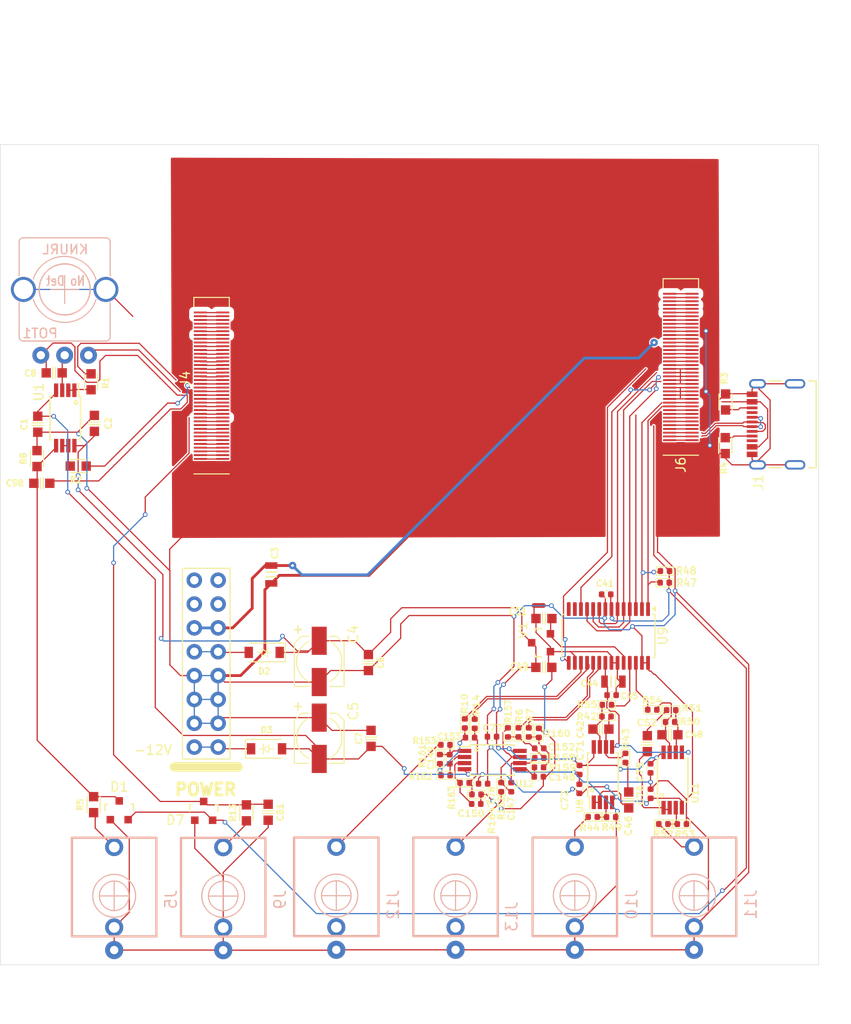
<source format=kicad_pcb>
(kicad_pcb (version 20241229) (generator "pcbnew") (generator_version "9.0")
  (layers (0 "F.Cu" signal) (2 "B.Cu" signal) (13 "F.Paste" user) (15 "B.Paste" user) (5 "F.SilkS" user "F.Silkscreen") (7 "B.SilkS" user "B.Silkscreen") (1 "F.Mask" user) (3 "B.Mask" user) (25 "Edge.Cuts" user))
  (net 0 "")
  (net 1 "+3V3")
  (net 2 "GND")
  (net 3 "+5V")
  (net 4 "/D0")
  (net 5 "/D1")
  (net 6 "/D2")
  (net 7 "/D3")
  (net 8 "GNDADC")
  (net 9 "VREF+")
  (net 10 "/D15")
  (net 11 "/D16")
  (net 12 "/D4")
  (net 13 "/D17")
  (net 14 "/D5")
  (net 15 "/D18")
  (net 16 "/D19")
  (net 17 "/D9")
  (net 18 "/D10")
  (net 19 "/D11")
  (net 20 "/D12")
  (net 21 "/SAI_MCLK")
  (net 22 "/SAI_SD_B")
  (net 23 "/SAI_FS")
  (net 24 "/SAI_SCK")
  (net 25 "/SAI_SD_A")
  (net 26 "+12V")
  (net 27 "/USB_VBUS_JACK")
  (net 28 "Net-(D1-AK)")
  (net 29 "Net-(D2-A)")
  (net 30 "Net-(D3-K)")
  (net 31 "Net-(J5-SIG)")
  (net 36 "Net-(J9-SIG)")
  (net 37 "/ADC-16")
  (net 38 "Net-(J1-CC2)")
  (net 39 "Net-(U1A--)")
  (net 40 "Net-(U1B--)")
  (net 41 "/I2C2_SDA")
  (net 42 "/I2C2_SCL")
  (net 43 "/D7")
  (net 44 "/D6")
  (net 45 "/D13")
  (net 46 "/ADC-4")
  (net 47 "/D24")
  (net 48 "/D20")
  (net 49 "/ADC-8")
  (net 50 "/ADC-3")
  (net 51 "/D21")
  (net 52 "/D22")
  (net 53 "/USB_HS_D-")
  (net 54 "/D23")
  (net 55 "/USB_HS_D+")
  (net 56 "/D26")
  (net 57 "/ADC-7")
  (net 58 "/ADC-12")
  (net 59 "/ADC-14")
  (net 60 "/ADC-5")
  (net 61 "/D27")
  (net 62 "/D29")
  (net 63 "/D28")
  (net 64 "/D30")
  (net 65 "/ADC-11")
  (net 66 "/ADC-9")
  (net 67 "/ADC-10")
  (net 68 "/ADC-17")
  (net 69 "/ADC-15")
  (net 70 "/ADC-18_DAC0")
  (net 71 "/ADC-19_DAC1")
  (net 72 "/ADC-2")
  (net 73 "/ADC-13")
  (net 74 "/D8")
  (net 75 "GNDA")
  (net 76 "Net-(J1-CC1)")
  (net 77 "/VCOM")
  (net 78 "/CODEC_OUT_R+")
  (net 79 "+5VA")
  (net 80 "/AUDIO_OUT2")
  (net 81 "/AUDIO_OUT1")
  (net 82 "/AUDIO_IN2")
  (net 83 "/AUDIO_IN1")
  (net 84 "/CODEC_OUT_R-")
  (net 85 "/CODEC_OUT_L+")
  (net 86 "Net-(C153-Pad1)")
  (net 87 "Net-(U11A--)")
  (net 88 "/CODEC_OUT_L-")
  (net 89 "/CODEC_IN_R")
  (net 90 "/CODEC_IN_L")
  (net 92 "Net-(C153-Pad2)")
  (net 96 "Net-(C149-Pad1)")
  (net 97 "Net-(C147-Pad1)")
  (net 98 "Net-(C152-Pad1)")
  (net 99 "Net-(U8A--)")
  (net 100 "Net-(U8A-+)")
  (net 101 "Net-(U8B--)")
  (net 102 "Net-(C42-Pad1)")
  (net 103 "Net-(U12A--)")
  (net 104 "Net-(U12B--)")
  (net 105 "Net-(C46-Pad1)")
  (net 106 "Net-(C152-Pad2)")
  (net 107 "Net-(U12A-+)")
  (net 108 "Net-(C48-Pad1)")
  (net 109 "Net-(U11B--)")
  (net 110 "Net-(U11A-+)")
  (net 111 "Net-(U12B-+)")
  (net 112 "Net-(C52-Pad1)")
  (net 115 "Net-(POT1A-Center)")
  (net 116 "-12V")
  (footprint "4ms_Capacitor:C_0402" (layer "F.Cu") (at 222.2442 139.4726)
    (property "Reference" "C152")
    (property "Value" "820pF_0402_10v")
  )
  (footprint "4ms_Capacitor:C_0402" (layer "F.Cu") (at 212.6992 140.6276 -90)
    (property "Reference" "C149")
    (property "Value" "180pF_0402_25V")
  )
  (footprint "4ms_Package_SSOP:TSSOP-8_4.4x3mm_Pitch0.65mm" (layer "F.Cu") (at 217.2292 140.7176)
    (property "Reference" "U12")
    (property "Value" "TL072H")
  )
  (footprint "4ms_Capacitor:C_0603" (layer "F.Cu") (at 170.5592 99.4676 180)
    (property "Reference" "C8")
    (property "Value" "100nF_0603_16V")
  )
  (footprint "4ms_Capacitor:C_0603" (layer "F.Cu") (at 236.16864 138.021086)
    (property "Reference" "C48")
    (property "Value" "220pF_0603_25V")
  )
  (footprint "4ms_Resistor:R_0402" (layer "F.Cu") (at 237.4392 147.5376)
    (property "Reference" "R53")
    (property "Value" "1M_0402")
  )
  (footprint "4ms_Capacitor:C_0603" (layer "F.Cu") (at 228.817508 137.421077)
    (property "Reference" "C42")
    (property "Value" "220pF_0603_25V")
  )
  (footprint "4ms_Resistor:R_0402" (layer "F.Cu") (at 231.42864 140.491077 -90)
    (property "Reference" "R43")
    (property "Value" "100k_0402")
  )
  (footprint "4ms_Capacitor:C_0402" (layer "F.Cu") (at 226.537508 141.771077 -90)
    (property "Reference" "C71")
    (property "Value" "100nF_0402_50V")
  )
  (footprint "4ms_Resistor:R_0603" (layer "F.Cu") (at 174.4892 100.4176 90)
    (property "Reference" "R1")
    (property "Value" "68Ω_0603")
  )
  (footprint "4ms_Connector:Pins_2x08_2.54mm_TH_EurorackPower" (layer "F.Cu") (at 186.7592 130.4476)
    (property "Reference" "J7")
    (property "Value" "Eurorack_Power_16pin_Unshrouded")
  )
  (footprint "4ms_Resistor:R_0402" (layer "F.Cu") (at 212.2592 142.3476 180)
    (property "Reference" "R162")
    (property "Value" "10k_0402")
  )
  (footprint "4ms_Resistor:R_0402" (layer "F.Cu") (at 222.2192 141.4926)
    (property "Reference" "R159")
    (property "Value" "10k_0402")
  )
  (footprint "4ms_Package_SOT:SOT23-3_PO132" (layer "F.Cu") (at 186.4892 146.12684)
    (property "Reference" "D7")
    (property "Value" "BAT54S")
  )
  (footprint "4ms_Package_SOT:SOT23-3_PO132" (layer "F.Cu") (at 177.4892 146.06684)
    (property "Reference" "D1")
    (property "Value" "BAT54S")
  )
  (footprint "4ms_Resistor:R_0402" (layer "F.Cu") (at 211.6592 140.6176 -90)
    (property "Reference" "R161")
    (property "Value" "24k_0402")
  )
  (footprint "NetTie:NetTie-2_SMD_Pad0.5mm" (layer "F.Cu") (at 222.1892 124.2476)
    (property "Reference" "NT1" (hide yes))
    (property "Value" "NetTie_2" (hide yes))
  )
  (footprint "4ms_Resistor:R_0402" (layer "F.Cu") (at 220.0292 137.7676 -90)
    (property "Reference" "R6")
    (property "Value" "10k_0402")
  )
  (footprint "4ms_Resistor:R_0603" (layer "F.Cu") (at 191.0392 146.34184 90)
    (property "Reference" "R13")
    (property "Value" "47k_0603")
  )
  (footprint "4ms_Resistor:R_0402" (layer "F.Cu") (at 221.1292 137.7676 -90)
    (property "Reference" "R7")
    (property "Value" "10k_0402")
  )
  (footprint "4ms_Resistor:R_0402" (layer "F.Cu") (at 235.4692 147.5276 180)
    (property "Reference" "R52")
    (property "Value" "1k_0402")
  )
  (footprint "4ms_Capacitor:C_0805" (layer "F.Cu") (at 193.6892 120.9451 -90)
    (property "Reference" "C3")
    (property "Value" "10uF_0805_25V")
  )
  (footprint "4ms_Resistor:R_0402" (layer "F.Cu") (at 235.6392 120.5776)
    (property "Reference" "R48")
    (property "Value" "4.7k_0402")
  )
  (footprint "4ms_Capacitor:C_0603" (layer "F.Cu") (at 233.7592 138.9676 -90)
    (property "Reference" "C52")
    (property "Value" "2.2uF_0603_25V")
  )
  (footprint "4ms_Connector:USB_C_Receptacle_Molex_2171790001" (layer "F.Cu") (at 248.3492 104.9476 90)
    (property "Reference" "J1")
    (property "Value" "USB-C_Receptacle_Molex_2171790001")
  )
  (footprint "4ms_Capacitor:C_0402" (layer "F.Cu") (at 226.51864 143.781077 90)
    (property "Reference" "C72")
    (property "Value" "100nF_0402_50V")
  )
  (footprint "4ms_Resistor:R_0402" (layer "F.Cu") (at 222.2042 137.8176 -90)
    (property "Reference" "R160")
    (property "Value" "24k_0402")
  )
  (footprint "4ms_Capacitor:CP_Elec_5x5.3" (layer "F.Cu") (at 198.7992 138.3976 -90)
    (property "Reference" "C5")
    (property "Value" "47uF_5x5.3_16V")
  )
  (footprint "4ms_Capacitor:C_0402" (layer "F.Cu") (at 234.0992 141.596886 -90)
    (property "Reference" "C75")
    (property "Value" "100nF_0402_50V")
  )
  (footprint "4ms_Resistor:R_0402" (layer "F.Cu") (at 235.6092 121.8176)
    (property "Reference" "R47")
    (property "Value" "4.7k_0402")
  )
  (footprint "4ms_Capacitor:C_0603" (layer "F.Cu") (at 204.3192 138.4076 90)
    (property "Reference" "C7")
    (property "Value" "100nF_0603_16V")
  )
  (footprint "4ms_Resistor:R_0603" (layer "F.Cu") (at 242.0592 107.2176 -90)
    (property "Reference" "R4")
    (property "Value" "5.1k_0603")
  )
  (footprint "4ms_Diode:D_SOD-123" (layer "F.Cu") (at 193.1892 139.5176)
    (property "Reference" "D3")
    (property "Value" "B140HW-7")
  )
  (footprint "4ms_Resistor:R_0402" (layer "F.Cu") (at 214.317528 136.8176 -90)
    (property "Reference" "R10")
    (property "Value" "10k_0402")
  )
  (footprint "4ms_Capacitor:C_0603" (layer "F.Cu") (at 222.7442 125.6376 180)
    (property "Reference" "C51")
    (property "Value" "10uF_0603_10V")
  )
  (footprint "4ms_Resistor:R_0402" (layer "F.Cu") (at 215.3692 136.8476 -90)
    (property "Reference" "R14")
    (property "Value" "10k_0402")
  )
  (footprint "4ms_Resistor:R_0603" (layer "F.Cu") (at 174.7592 145.4676 90)
    (property "Reference" "R5")
    (property "Value" "47k_0603")
  )
  (footprint "4ms_Capacitor:C_0402" (layer "F.Cu") (at 219.2592 143.6076 90)
    (property "Reference" "C147")
    (property "Value" "180pF_0402_25V")
  )
  (footprint "4ms_Capacitor:C_0603" (layer "F.Cu") (at 222.734848 130.844152)
    (property "Reference" "C49")
    (property "Value" "2.2uF_0603_25V")
  )
  (footprint "4ms_Resistor:R_0402" (layer "F.Cu") (at 236.30864 135.391086 180)
    (property "Reference" "R51")
    (property "Value" "100k_0402")
  )
  (footprint "mp153-devboard:Connector-80socket-P0.4mm-W3.0mm" (layer "F.Cu") (at 187.3292 100.8309 180)
    (property "Reference" "J4")
    (property "Value" "Socket_02x40_P0.4mm_W3.0mm_SMT" (hide yes))
  )
  (footprint "4ms_Capacitor:C_0603" (layer "F.Cu") (at 193.3592 146.27684 -90)
    (property "Reference" "C81")
    (property "Value" "10nF_0603_25V")
  )
  (footprint "4ms_Capacitor:C_0805" (layer "F.Cu") (at 230.1492 132.3576)
    (property "Reference" "C44")
    (property "Value" "22uF_0805_25V")
  )
  (footprint "4ms_Resistor:R_0402" (layer "F.Cu") (at 215.5592 144.3776 180)
    (property "Reference" "R164")
    (property "Value" "24k_0402")
  )
  (footprint "4ms_Capacitor:C_0603" (layer "F.Cu") (at 231.77864 144.971077 -90)
    (property "Reference" "C46")
    (property "Value" "2.2uF_0603_25V")
  )
  (footprint "4ms_Resistor:R_0603" (layer "F.Cu") (at 173.1192 109.3976)
    (property "Reference" "R2")
    (property "Value" "68Ω_0603")
  )
  (footprint "4ms_Capacitor:C_0402" (layer "F.Cu") (at 215.5292 145.3926 180)
    (property "Reference" "C150")
    (property "Value" "180pF_0402_25V")
  )
  (footprint "4ms_Capacitor:C_0603" (layer "F.Cu") (at 168.8092 104.9376 -90)
    (property "Reference" "C1")
    (property "Value" "100nF_0603_16V")
  )
  (footprint "4ms_Resistor:R_0402" (layer "F.Cu") (at 218.9042 137.7676 -90)
    (property "Reference" "R157")
    (property "Value" "24k_0402")
  )
  (footprint "4ms_Capacitor:C_0402" (layer "F.Cu") (at 216.2592 143.2376)
    (property "Reference" "C78")
    (property "Value" "100nF_0402_50V")
  )
  (footprint "4ms_Capacitor:C_0402" (layer "F.Cu") (at 222.1942 142.4926 180)
    (property "Reference" "C148")
    (property "Value" "180pF_0402_25V")
  )
  (footprint "4ms_Resistor:R_0603" (layer "F.Cu") (at 242.0992 102.5676 90)
    (property "Reference" "R3")
    (property "Value" "5.1k_0603")
  )
  (footprint "4ms_Capacitor:C_0603" (layer "F.Cu") (at 174.8392 104.8476 90)
    (property "Reference" "C2")
    (property "Value" "100nF_0603_16V")
  )
  (footprint "4ms_Capacitor:C_0402" (layer "F.Cu") (at 229.377266 123.062601 180)
    (property "Reference" "C41")
    (property "Value" "100nF_0402_16V")
  )
  (footprint "4ms_Diode:D_SOD-123" (layer "F.Cu") (at 192.9392 129.2476 180)
    (property "Reference" "D2")
    (property "Value" "B140HW-7")
  )
  (footprint "4ms_Capacitor:C_0603" (layer "F.Cu") (at 204.0392 130.3276 -90)
    (property "Reference" "C6")
    (property "Value" "100nF_0603_16V")
  )
  (footprint "4ms_Capacitor:C_0402" (layer "F.Cu") (at 217.2092 138.2276 180)
    (property "Reference" "C77")
    (property "Value" "100nF_0402_50V")
  )
  (footprint "4ms_Resistor:R_0402" (layer "F.Cu") (at 229.411692 136.078168)
    (property "Reference" "R42")
    (property "Value" "14k_0402")
  )
  (footprint "4ms_Resistor:R_0402" (layer "F.Cu") (at 212.2492 139.0976)
    (property "Reference" "R153")
    (property "Value" "1k_0402")
  )
  (footprint "4ms_Package_SSOP:TSSOP-8_4.4x3mm_Pitch0.65mm" (layer "F.Cu") (at 229.02864 142.271077 90)
    (property "Reference" "U8")
    (property "Value" "TL072H")
  )
  (footprint "4ms_Capacitor:C_0603" (layer "F.Cu") (at 169.2392 111.2276)
    (property "Reference" "C98")
    (property "Value" "10nF_0603_25V")
  )
  (footprint "4ms_Resistor:R_0402" (layer "F.Cu") (at 229.44864 134.831077 180)
    (property "Reference" "R55")
    (property "Value" "1k_0402")
  )
  (footprint "4ms_Resistor:R_0402" (layer "F.Cu") (at 222.2542 140.4926)
    (property "Reference" "R158")
    (property "Value" "10k_0402")
  )
  (footprint "Package_SO:TSSOP-28_4.4x9.7mm_P0.65mm" (layer "F.Cu") (at 229.612266 127.4976 -90)
    (property "Reference" "U9")
    (property "Value" "PCM3060PW")
  )
  (footprint "4ms_Resistor:R_0402" (layer "F.Cu") (at 236.18864 136.661086)
    (property "Reference" "R50")
    (property "Value" "14k_0402")
  )
  (footprint "4ms_Package_SSOP:TSSOP-8_4.4x3mm_Pitch0.65mm" (layer "F.Cu") (at 236.46364 142.841086 90)
    (property "Reference" "U11")
    (property "Value" "TL072H" (hide yes))
  )
  (footprint "4ms_Resistor:R_0603" (layer "F.Cu") (at 168.7292 108.5976 90)
    (property "Reference" "R8")
    (property "Value" "100k_0603")
  )
  (footprint "4ms_Resistor:R_0402" (layer "F.Cu") (at 227.93864 146.776077 180)
    (property "Reference" "R44")
    (property "Value" "1k_0402")
  )
  (footprint "4ms_Capacitor:C_0402" (layer "F.Cu") (at 214.8692 138.3276)
    (property "Reference" "C153")
    (property "Value" "820pF_0402_10v")
  )
  (footprint "4ms_Resistor:R_0402" (layer "F.Cu") (at 218.1842 143.6076 90)
    (property "Reference" "R152")
    (property "Value" "1k_0402")
  )
  (footprint "4ms_Capacitor:C_0402" (layer "F.Cu") (at 229.9542 133.7976)
    (property "Reference" "C45")
    (property "Value" "100nF_0402_16V")
  )
  (footprint "4ms_Package_SOT:SOT23-3_PO132" (layer "F.Cu") (at 222.4342 128.2176 90)
    (property "Reference" "V1")
    (property "Value" "AP2120N-5.0TRG1")
  )
  (footprint "4ms_Capacitor:CP_Elec_5x5.3" (layer "F.Cu") (at 198.7992 130.2076 -90)
    (property "Reference" "C4")
    (property "Value" "47uF_5x5.3_16V")
  )
  (footprint "4ms_Resistor:R_0402" (layer "F.Cu") (at 234.28864 135.361077)
    (property "Reference" "R54")
    (property "Value" "1k_0402")
  )
  (footprint "4ms_Capacitor:C_0402" (layer "F.Cu") (at 234.1092 144.306886 90)
    (property "Reference" "C76")
    (property "Value" "100nF_0402_50V")
  )
  (footprint "mp153-devboard:Connector-80socket-P0.4mm-W3.0mm" (layer "F.Cu") (at 237.3292 98.8376 180)
    (property "Reference" "J6")
    (property "Value" "Socket_02x40_P0.4mm_W3.0mm_SMT" (hide yes))
  )
  (footprint "4ms_Resistor:R_0402" (layer "F.Cu") (at 214.2892 143.1476)
    (property "Reference" "R163")
    (property "Value" "10k_0402")
  )
  (footprint "4ms_Resistor:R_0402" (layer "F.Cu") (at 229.90364 146.796077)
    (property "Reference" "R49")
    (property "Value" "1M_0402")
  )
  (footprint "4ms_Package_SSOP:TSSOP-8_4.4x3mm_Pitch0.65mm" (layer "F.Cu") (at 171.7392 104.2676 -90)
    (property "Reference" "U1")
    (property "Value" "TL072H")
  )
  (footprint "4ms_Jack:EighthInch_PJ398SM" (layer "B.Cu") (at 188.5692 155.2076 -90)
    (property "Reference" "J9")
    (property "Value" "3.5mm_Mono_Switched_sm")
  )
  (footprint "4ms_Jack:EighthInch_PJ398SM" (layer "B.Cu") (at 200.6192 155.1676 -90)
    (property "Reference" "J12")
    (property "Value" "3.5mm_Mono_Switched_sm")
  )
  (footprint "4ms_Jack:EighthInch_PJ398SM" (layer "B.Cu") (at 213.325867 155.1676 -90)
    (property "Reference" "J13")
    (property "Value" "3.5mm_Mono_Switched_sm")
  )
  (footprint "4ms_Potentiometer:Pot_9mm_Knurl_NoDet" (layer "B.Cu") (at 171.674837 90.575757)
    (property "Reference" "POT1")
    (property "Value" "9mm_NoDet_100k_Knurled_Lined")
  )
  (footprint "4ms_Jack:EighthInch_PJ398SM" (layer "B.Cu") (at 238.7392 155.1676 -90)
    (property "Reference" "J11")
    (property "Value" "3.5mm_Mono_Switched_sm")
  )
  (footprint "4ms_Jack:EighthInch_PJ398SM" (layer "B.Cu") (at 226.032533 155.1676 -90)
    (property "Reference" "J10")
    (property "Value" "3.5mm_Mono_Switched_sm")
  )
  (footprint "4ms_Jack:EighthInch_PJ398SM" (layer "B.Cu") (at 176.9492 155.1946 -90)
    (property "Reference" "J5")
    (property "Value" "3.5mm_Mono_Switched_sm")
  )
  (gr_line (start 216.8592 145.6976) (end 216.5992 144.9976) (stroke (width 0.12)) (layer "F.SilkS"))
  (gr_rect (start 164.8092 75.1476) (end 252.0192 162.5276) (stroke (width 0.05)) (fill no) (layer "Edge.Cuts"))
  (segment (start 229.937266 124.6351) (end 229.937266 125.555666) (width 0.127) (layer "F.Cu") (net 1))
  (segment (start 188.7592 147.3376) (end 188.5492 147.1276) (width 0.127) (layer "F.Cu") (net 1))
  (segment (start 241.8892 154.6276) (end 241.7492 154.6276) (width 0.127) (layer "F.Cu") (net 1))
  (segment (start 178.4392 147.0676) (end 179.2392 146.2676) (width 0.127) (layer "F.Cu") (net 1))
  (segment (start 229.937266 125.555666) (end 229.9992 125.6176) (width 0.127) (layer "F.Cu") (net 1))
  (segment (start 229.862266 124.5601) (end 229.937266 124.6351) (width 0.127) (layer "F.Cu") (net 1))
  (segment (start 244.3092 130.9476) (end 244.3092 152.2076) (width 0.127) (layer "F.Cu") (net 1))
  (segment (start 236.0492 122.6876) (end 244.3092 130.9476) (width 0.127) (layer "F.Cu") (net 1))
  (segment (start 236.0492 122.6876) (end 236.0492 121.8626) (width 0.127) (layer "F.Cu") (net 1))
  (segment (start 188.5492 147.1276) (end 187.4392 147.1276) (width 0.127) (layer "F.Cu") (net 1))
  (segment (start 244.3092 152.2076) (end 241.8892 154.6276) (width 0.127) (layer "F.Cu") (net 1))
  (segment (start 236.1242 120.5776) (end 234.4492 118.9026) (width 0.127) (layer "F.Cu") (net 1))
  (segment (start 236.0492 121.8626) (end 236.0942 121.8176) (width 0.127) (layer "F.Cu") (net 1))
  (segment (start 236.2942 121.6676) (end 236.1442 121.8176) (width 0.127) (layer "F.Cu") (net 1))
  (segment (start 229.862266 123.062601) (end 229.862266 124.5601) (width 0.127) (layer "F.Cu") (net 1))
  (segment (start 236.0942 120.6076) (end 236.1242 120.5776) (width 0.127) (layer "F.Cu") (net 1))
  (segment (start 236.0942 121.8176) (end 236.0942 120.6076) (width 0.127) (layer "F.Cu") (net 1))
  (segment (start 238.5042 93.8376) (end 236.1142 93.8376) (width 0.127) (layer "F.Cu") (net 1))
  (segment (start 238.5042 93.4376) (end 236.1142 93.4376) (width 0.127) (layer "F.Cu") (net 1))
  (segment (start 234.4492 118.9026) (end 234.4492 105.1006) (width 0.127) (layer "F.Cu") (net 1))
  (segment (start 186.5792 146.2676) (end 187.4392 147.1276) (width 0.127) (layer "F.Cu") (net 1))
  (segment (start 179.2392 146.2676) (end 186.5792 146.2676) (width 0.127) (layer "F.Cu") (net 1))
  (segment (start 236.1442 121.8176) (end 236.0942 121.8176) (width 0.127) (layer "F.Cu") (net 1))
  (via (at 229.9992 125.6176) (size 0.5) (drill 0.3) (layers "F.Cu" "B.Cu") (net 1))
  (via (at 241.7492 154.6276) (size 0.5) (drill 0.3) (layers "F.Cu" "B.Cu") (net 1))
  (via (at 188.7592 147.3376) (size 0.5) (drill 0.3) (layers "F.Cu" "B.Cu") (net 1))
  (via (at 236.0492 122.6876) (size 0.5) (drill 0.3) (layers "F.Cu" "B.Cu") (net 1))
  (segment (start 239.2992 157.0776) (end 198.4992 157.0776) (width 0.127) (layer "B.Cu") (net 1))
  (segment (start 235.3792 125.8976) (end 236.0492 125.2276) (width 0.127) (layer "B.Cu") (net 1))
  (segment (start 229.9992 125.7276) (end 230.1692 125.8976) (width 0.127) (layer "B.Cu") (net 1))
  (segment (start 241.7492 154.6276) (end 239.2992 157.0776) (width 0.127) (layer "B.Cu") (net 1))
  (segment (start 230.1692 125.8976) (end 235.3792 125.8976) (width 0.127) (layer "B.Cu") (net 1))
  (segment (start 198.4992 157.0776) (end 188.7592 147.3376) (width 0.127) (layer "B.Cu") (net 1))
  (segment (start 236.0492 125.2276) (end 236.0492 122.6876) (width 0.127) (layer "B.Cu") (net 1))
  (segment (start 229.9992 125.6176) (end 229.9992 125.7276) (width 0.127) (layer "B.Cu") (net 1))
  (segment (start 244.5632 130.5316) (end 244.5632 152.6964) (width 0.127) (layer "F.Cu") (net 2))
  (segment (start 240.9992 108.0676) (end 242.0592 108.0676) (width 0.127) (layer "F.Cu") (net 2))
  (segment (start 236.1342 93.0376) (end 238.5242 93.0376) (width 0.127) (layer "F.Cu") (net 2))
  (segment (start 237.2792 99.0376) (end 237.2792 100.5876) (width 0.127) (layer "F.Cu") (net 2))
  (segment (start 233.187266 130.3601) (end 233.187266 127.485666) (width 0.127) (layer "F.Cu") (net 2))
  (segment (start 242.1292 101.6876) (end 244.8642 101.6876) (width 0.127) (layer "F.Cu") (net 2))
  (segment (start 235.956176 142.92527) (end 235.005816 142.92527) (width 0.127) (layer "F.Cu") (net 2))
  (segment (start 188.5562 160.9604) (end 188.5692 160.9734) (width 0.127) (layer "F.Cu") (net 2))
  (segment (start 186.1142 93.0476) (end 188.5042 93.0476) (width 0.127) (layer "F.Cu") (net 2))
  (segment (start 168.7292 105.8676) (end 168.8092 105.7876) (width 0.127) (layer "F.Cu") (net 2))
  (segment (start 188.5692 153.1476) (end 188.5692 158.5604) (width 0.127) (layer "F.Cu") (net 2))
  (segment (start 198.7992 132.4076) (end 188.7192 132.4076) (width 0.127) (layer "F.Cu") (net 2))
  (segment (start 240.2692 149.098563) (end 240.2692 156.9904) (width 0.127) (layer "F.Cu") (net 2))
  (segment (start 237.9242 147.5376) (end 237.9242 144.893294) (width 0.127) (layer "F.Cu") (net 2))
  (segment (start 188.5242 104.2443) (end 186.1342 104.2443) (width 0.127) (layer "F.Cu") (net 2))
  (segment (start 223.5392 124.2676) (end 222.7092 124.2676) (width 0.127) (layer "F.Cu") (net 2))
  (segment (start 188.7192 132.4076) (end 188.0292 131.7176) (width 0.127) (layer "F.Cu") (net 2))
  (segment (start 234.0992 142.081886) (end 234.0992 143.051077) (width 0.127) (layer "F.Cu") (net 2))
  (segment (start 239.9992 101.4376) (end 240.0092 101.4476) (width 0.127) (layer "F.Cu") (net 2))
  (segment (start 249.4992 109.2676) (end 245.4992 109.2676) (width 0.127) (layer "F.Cu") (net 2))
  (segment (start 245.4992 109.2676) (end 245.4992 108.8676) (width 0.127) (layer "F.Cu") (net 2))
  (segment (start 236.7192 122.6876) (end 244.5632 130.5316) (width 0.127) (layer "F.Cu") (net 2))
  (segment (start 168.7292 107.7476) (end 168.7292 105.8676) (width 0.127) (layer "F.Cu") (net 2))
  (segment (start 238.7392 160.9334) (end 200.6192 160.9334) (width 0.127) (layer "F.Cu") (net 2))
  (segment (start 245.4992 108.8676) (end 246.8407 107.5261) (width 0.127) (layer "F.Cu") (net 2))
  (segment (start 242.0992 101.7176) (end 242.1292 101.6876) (width 0.127) (layer "F.Cu") (net 2))
  (segment (start 234.0192 131.241468) (end 233.837266 131.059534) (width 0.127) (layer "F.Cu") (net 2))
  (segment (start 236.7192 120.369094) (end 234.957706 118.6076) (width 0.127) (layer "F.Cu") (net 2))
  (segment (start 207.4792 126.2176) (end 208.3792 125.3176) (width 0.127) (layer "F.Cu") (net 2))
  (segment (start 200.0292 131.1776) (end 198.7992 132.4076) (width 0.127) (layer "F.Cu") (net 2))
  (segment (start 186.2142 95.431) (end 188.6042 95.431) (width 0.127) (layer "F.Cu") (net 2))
  (segment (start 204.0392 131.1776) (end 200.0292 131.1776) (width 0.127) (layer "F.Cu") (net 2))
  (segment (start 236.7192 122.6876) (end 236.7192 120.369094) (width 0.127) (layer "F.Cu") (net 2))
  (segment (start 226.51864 143.296077) (end 226.51864 142.711077) (width 0.127) (layer "F.Cu") (net 2))
  (segment (start 182.8642 120.5226) (end 182.9092 120.5676) (width 0.127) (layer "F.Cu") (net 2))
  (segment (start 188.5692 160.9734) (end 200.5792 160.9734) (width 0.127) (layer "F.Cu") (net 2))
  (segment (start 239.9692 95.0376) (end 240.0092 94.9976) (width 0.127) (layer "F.Cu") (net 2))
  (segment (start 193.0092 129.1336) (end 190.4252 131.7176) (width 0.3) (layer "F.Cu") (net 2))
  (segment (start 219.5492 130.7376) (end 219.5492 125.4076) (width 0.127) (layer "F.Cu") (net 2))
  (segment (start 239.6492 104.0976) (end 239.6492 104.1776) (width 0.127) (layer "F.Cu") (net 2))
  (segment (start 174.0392 111.7676) (end 174.1092 111.7676) (width 0.127) (layer "F.Cu") (net 2))
  (segment (start 216.7242 138.2276) (end 216.7242 138.9526) (width 0.127) (layer "F.Cu") (net 2))
  (segment (start 238.5242 100.2376) (end 236.1342 100.2376) (width 0.127) (layer "F.Cu") (net 2))
  (segment (start 244.9242 101.7476) (end 244.9242 101.2026) (width 0.127) (layer "F.Cu") (net 2))
  (segment (start 173.0492 105.8476) (end 173.1692 105.9676) (width 0.127) (layer "F.Cu") (net 2))
  (segment (start 216.7242 135.9526) (end 217.4092 135.2676) (width 0.127) (layer "F.Cu") (net 2))
  (segment (start 244.9242 101.2026) (end 245.4992 100.6276) (width 0.127) (layer "F.Cu") (net 2))
  (segment (start 176.9492 160.9604) (end 188.5562 160.9604) (width 0.127) (layer "F.Cu") (net 2))
  (segment (start 234.4792 131.5876) (end 234.133068 131.241468) (width 0.127) (layer "F.Cu") (net 2))
  (segment (start 178.935574 93.4443) (end 176.068874 90.5776) (width 0.127) (layer "F.Cu") (net 2))
  (segment (start 244.9242 108.6926) (end 245.4992 109.2676) (width 0.127) (layer "F.Cu") (net 2))
  (segment (start 176.5392 147.0676) (end 178.5592 149.0876) (width 0.127) (layer "F.Cu") (net 2))
  (segment (start 216.7242 138.2276) (end 216.7242 135.9526) (width 0.127) (layer "F.Cu") (net 2))
  (segment (start 235.005816 142.92527) (end 234.1092 143.821886) (width 0.127) (layer "F.Cu") (net 2))
  (segment (start 226.51864 142.711077) (end 226.51864 142.274945) (width 0.127) (layer "F.Cu") (net 2))
  (segment (start 234.8592 106.6376) (end 234.8492 106.6476) (width 0.127) (layer "F.Cu") (net 2))
  (segment (start 233.837266 131.059534) (end 233.837266 130.3601) (width 0.127) (layer "F.Cu") (net 2))
  (segment (start 229.287266 124.6351) (end 229.287266 123.457601) (width 0.127) (layer "F.Cu") (net 2))
  (segment (start 236.1342 92.2376) (end 238.5242 92.2376) (width 0.127) (layer "F.Cu") (net 2))
  (segment (start 244.9242 108.1476) (end 244.9242 108.6926) (width 0.127) (layer "F.Cu") (net 2))
  (segment (start 193.6892 121.8951) (end 193.0092 122.5751) (width 0.3) (layer "F.Cu") (net 2))
  (segment (start 198.7992 136.1976) (end 188.6292 136.1976) (width 0.127) (layer "F.Cu") (net 2))
  (segment (start 234.8492 106.6476) (end 234.8492 105.4376) (width 0.127) (layer "F.Cu") (net 2))
  (segment (start 240.3992 107.2176) (end 240.4192 107.1976) (width 0.127) (layer "F.Cu") (net 2))
  (segment (start 240.3992 107.4676) (end 240.9992 108.0676) (width 0.127) (layer "F.Cu") (net 2))
  (segment (start 222.7092 124.2676) (end 222.6892 124.2476) (width 0.127) (layer "F.Cu") (net 2))
  (segment (start 244.5632 152.6964) (end 238.7392 158.5204) (width 0.127) (layer "F.Cu") (net 2))
  (segment (start 237.99476 146.824123) (end 240.2692 149.098563) (width 0.127) (layer "F.Cu") (net 2))
  (segment (start 238.5042 96.2276) (end 236.1142 96.2276) (width 0.127) (layer "F.Cu") (net 2))
  (segment (start 204.3192 137.5576) (end 200.1592 137.5576) (width 0.127) (layer "F.Cu") (net 2))
  (segment (start 233.187266 130.3601) (end 233.837266 130.3601) (width 0.127) (layer "F.Cu") (net 2))
  (segment (start 193.3592 147.8976) (end 188.5692 152.6876) (width 0.127) (layer "F.Cu") (net 2))
  (segment (start 178.5592 156.9374) (end 176.9492 158.5474) (width 0.127) (layer "F.Cu") (net 2))
  (segment (start 240.3992 107.4676) (end 240.3992 107.2176) (width 0.127) (layer "F.Cu") (net 2))
  (segment (start 236.1342 100.6376) (end 237.3292 100.6376) (width 0.127) (layer "F.Cu") (net 2))
  (segment (start 185.5392 147.1276) (end 185.5392 150.1176) (width 0.127) (layer "F.Cu") (net 2))
  (segment (start 229.287266 123.457601) (end 228.892266 123.062601) (width 0.127) (layer "F.Cu") (net 2))
  (segment (start 207.4792 127.7376) (end 207.4792 126.2176) (width 0.127) (layer "F.Cu") (net 2))
  (segment (start 176.9492 158.5474) (end 176.9492 160.9604) (width 0.127) (layer "F.Cu") (net 2))
  (segment (start 204.0392 131.1776) (end 207.4792 127.7376) (width 0.127) (layer "F.Cu") (net 2))
  (segment (start 174.1092 111.7676) (end 182.8642 120.5226) (width 0.127) (layer "F.Cu") (net 2))
  (segment (start 237.2792 100.5876) (end 237.3292 100.6376) (width 0.127) (layer "F.Cu") (net 2))
  (segment (start 238.57014 135.580043) (end 234.577697 131.5876) (width 0.127) (layer "F.Cu") (net 2))
  (segment (start 182.8892 123.3301) (end 182.8892 130.5901) (width 0.127) (layer "F.Cu") (net 2))
  (segment (start 229.287266 124.6351) (end 229.287266 125.529534) (width 0.127) (layer "F.Cu") (net 2))
  (segment (start 176.9622 158.5604) (end 176.9492 158.5474) (width 0.127) (layer "F.Cu") (net 2))
  (segment (start 193.0092 122.5751) (end 193.0092 129.1336) (width 0.3) (layer "F.Cu") (net 2))
  (segment (start 238.57014 144.247354) (end 238.57014 136.36408) (width 0.127) (layer "F.Cu") (net 2))
  (segment (start 226.537508 142.256077) (end 226.279031 141.9976) (width 0.127) (layer "F.Cu") (net 2))
  (segment (start 236.1342 99.4376) (end 238.5242 99.4376) (width 0.127) (layer "F.Cu") (net 2))
  (segment (start 184.0167 131.7176) (end 185.4892 131.7176) (width 0.127) (layer "F.Cu") (net 2))
  (segment (start 234.957706 118.6076) (end 234.8492 118.6076) (width 0.127) (layer "F.Cu") (net 2))
  (segment (start 244.8642 101.6876) (end 244.9242 101.7476) (width 0.127) (layer "F.Cu") (net 2))
  (segment (start 242.0292 101.7176) (end 239.6492 104.0976) (width 0.127) (layer "F.Cu") (net 2))
  (segment (start 234.1092 143.061077) (end 234.1092 143.821886) (width 0.127) (layer "F.Cu") (net 2))
  (segment (start 238.5242 99.0376) (end 237.2792 99.0376) (width 0.127) (layer "F.Cu") (net 2))
  (segment (start 230.38864 146.796077) (end 230.38864 146.341077) (width 0.127) (layer "F.Cu") (net 2))
  (segment (start 234.0592 97.8376) (end 227.2992 97.8376) (width 0.3) (layer "F.Cu") (net 2))
  (segment (start 188.5692 158.5604) (end 188.5692 160.9734) (width 0.127) (layer "F.Cu") (net 2))
  (segment (start 234.0992 143.051077) (end 234.1092 143.061077) (width 0.127) (layer "F.Cu") (net 2))
  (segment (start 173.0492 105.7876) (end 173.0492 105.8476) (width 0.127) (layer "F.Cu") (net 2))
  (segment (start 219.4592 125.3176) (end 219.5492 125.4076) (width 0.127) (layer "F.Cu") (net 2))
  (segment (start 182.8892 130.5901) (end 184.0167 131.7176) (width 0.127) (layer "F.Cu") (net 2))
  (segment (start 242.0592 108.0676) (end 242.0592 108.5476) (width 0.127) (layer "F.Cu") (net 2))
  (segment (start 193.3592 146.76184) (end 193.3592 147.8976) (width 0.127) (layer "F.Cu") (net 2))
  (segment (start 185.5392 150.1176) (end 188.5692 153.1476) (width 0.127) (layer "F.Cu") (net 2))
  (segment (start 237.9242 144.893294) (end 238.57014 144.247354) (width 0.127) (layer "F.Cu") (net 2))
  (segment (start 217.8392 132.4476) (end 219.5492 130.7376) (width 0.127) (layer "F.Cu") (net 2))
  (segment (start 188.6292 136.1976) (end 188.0292 136.7976) (width 0.127) (layer "F.Cu") (net 2))
  (segment (start 238.57014 136.36408) (end 238.57014 135.580043) (width 0.127) (layer "F.Cu") (net 2))
  (segment (start 200.1592 137.5576) (end 198.7992 136.1976) (width 0.127) (layer "F.Cu") (net 2))
  (segment (start 236.1342 102.6376) (end 238.5242 102.6376) (width 0.127) (layer "F.Cu") (net 2))
  (segment (start 237.2792 99.0376) (end 236.1342 99.0376) (width 0.127) (layer "F.Cu") (net 2))
  (segment (start 168.8092 105.7876) (end 173.0492 105.7876) (width 0.127) (layer "F.Cu") (net 2))
  (segment (start 200.5792 160.9734) (end 200.6192 160.9334) (width 0.127) (layer "F.Cu") (net 2))
  (segment (start 242.7792 109.2676) (end 245.4992 109.2676) (width 0.127) (layer "F.Cu") (net 2))
  (segment (start 182.8892 123.3301) (end 182.8892 120.5476) (width 0.127) (layer "F.Cu") (net 2))
  (segment (start 234.577697 131.5876) (end 234.4792 131.5876) (width 0.127) (layer "F.Cu") (net 2))
  (segment (start 240.2692 156.9904) (end 238.7392 158.5204) (width 0.127) (layer "F.Cu") (net 2))
  (segment (start 188.5692 152.6876) (end 188.5692 153.1476) (width 0.127) (layer "F.Cu") (net 2))
  (segment (start 249.4992 100.6276) (end 245.4992 100.6276) (width 0.127) (layer "F.Cu") (net 2))
  (segment (start 242.0592 108.5476) (end 242.7792 109.2676) (width 0.127) (layer "F.Cu") (net 2))
  (segment (start 237.9242 144.893294) (end 235.956176 142.92527) (width 0.127) (layer "F.Cu") (net 2))
  (segment (start 216.7442 143.2376) (end 216.7442 139.7026) (width 0.127) (layer "F.Cu") (net 2))
  (segment (start 234.8492 105.4376) (end 234.8492 105.1076) (width 0.127) (layer "F.Cu") (net 2))
  (segment (start 226.032533 160.9334) (end 226.032533 158.5204) (width 0.127) (layer "F.Cu") (net 2))
  (segment (start 230.4592 154.093733) (end 230.4592 146.0826) (width 0.127) (layer "F.Cu") (net 2))
  (segment (start 246.8407 102.3691) (end 245.4992 101.0276) (width 0.127) (layer "F.Cu") (net 2))
  (segment (start 226.032533 158.5204) (end 230.4592 154.093733) (width 0.127) (layer "F.Cu") (net 2))
  (segment (start 246.8407 107.5261) (end 246.8407 102.3691) (width 0.127) (layer "F.Cu") (net 2))
  (segment (start 182.8892 120.5476) (end 182.8642 120.5226) (width 0.127) (layer "F.Cu") (net 2))
  (segment (start 182.8642 118.2526) (end 188.5242 112.5926) (width 0.127) (layer "F.Cu") (net 2))
  (segment (start 239.5692 106.6376) (end 240.3992 107.4676) (width 0.127) (layer "F.Cu") (net 2))
  (segment (start 229.287266 125.529534) (end 229.2192 125.5976) (width 0.127) (layer "F.Cu") (net 2))
  (segment (start 190.4252 131.7176) (end 188.0292 131.7176) (width 0.3) (layer "F.Cu") (net 2))
  (segment (start 230.38864 146.341077) (end 230.56864 146.161077) (width 0.127) (layer "F.Cu") (net 2))
  (segment (start 204.0992 121.0376) (end 194.5467 121.0376) (width 0.3) (layer "F.Cu") (net 2))
  (segment (start 178.5592 149.0876) (end 178.5592 156.9374) (width 0.127) (layer "F.Cu") (net 2))
  (segment (start 208.3792 125.3176) (end 219.4592 125.3176) (width 0.127) (layer "F.Cu") (net 2))
  (segment (start 227.2992 97.8376) (end 204.0992 121.0376) (width 0.3) (layer "F.Cu") (net 2))
  (segment (start 238.7392 158.5204) (end 238.7392 160.9334) (width 0.127) (layer "F.Cu") (net 2))
  (segment (start 238.5242 99.8376) (end 236.1342 99.8376) (width 0.127) (layer "F.Cu") (net 2))
  (segment (start 194.5467 121.0376) (end 193.6892 121.8951) (width 0.3) (layer "F.Cu") (net 2))
  (segment (start 242.0992 101.7176) (end 242.0292 101.7176) (width 0.127) (layer "F.Cu") (net 2))
  (segment (start 234.8492 118.6076) (end 234.8492 106.6476) (width 0.127) (layer "F.Cu") (net 2))
  (segment (start 173.0492 105.7876) (end 174.8392 103.9976) (width 0.127) (layer "F.Cu") (net 2))
  (segment (start 226.279031 141.9976) (end 225.8992 141.9976) (width 0.127) (layer "F.Cu") (net 2))
  (segment (start 245.4992 101.0276) (end 245.4992 100.6276) (width 0.127) (layer "F.Cu") (net 2))
  (segment (start 182.8642 120.5226) (end 182.8642 118.2526) (width 0.127) (layer "F.Cu") (net 2))
  (segment (start 216.7242 138.9526) (end 217.1092 139.3376) (width 0.127) (layer "F.Cu") (net 2))
  (segment (start 234.133068 131.241468) (end 234.0192 131.241468) (width 0.127) (layer "F.Cu") (net 2))
  (segment (start 233.187266 127.485666) (end 232.1792 126.4776) (width 0.127) (layer "F.Cu") (net 2))
  (segment (start 188.5242 93.4443) (end 186.1342 93.4443) (width 0.127) (layer "F.Cu") (net 2))
  (segment (start 216.7442 139.7026) (end 217.1092 139.3376) (width 0.127) (layer "F.Cu") (net 2))
  (segment (start 237.3292 100.6376) (end 238.5242 100.6376) (width 0.127) (layer "F.Cu") (net 2))
  (segment (start 238.5242 91.0376) (end 236.1342 91.0376) (width 0.127) (layer "F.Cu") (net 2))
  (via (at 234.1092 143.061077) (size 0.5) (drill 0.3) (layers "F.Cu" "B.Cu") (net 2))
  (via (at 232.1792 126.4776) (size 0.5) (drill 0.3) (layers "F.Cu" "B.Cu") (net 2))
  (via (at 217.4092 135.2676) (size 0.5) (drill 0.3) (layers "F.Cu" "B.Cu") (net 2))
  (via (at 236.7192 122.6876) (size 0.5) (drill 0.3) (layers "F.Cu" "B.Cu") (net 2))
  (via (at 173.1692 105.9676) (size 0.5) (drill 0.3) (layers "F.Cu" "B.Cu") (net 2))
  (via (at 174.0392 111.7676) (size 0.5) (drill 0.3) (layers "F.Cu" "B.Cu") (net 2))
  (via (at 240.0092 94.9976) (size 0.5) (drill 0.3) (layers "F.Cu" "B.Cu") (net 2))
  (via (at 217.8392 132.4476) (size 0.5) (drill 0.3) (layers "F.Cu" "B.Cu") (net 2))
  (via (at 219.5492 125.4076) (size 0.5) (drill 0.3) (layers "F.Cu" "B.Cu") (net 2))
  (via (at 240.4192 107.1976) (size 0.5) (drill 0.3) (layers "F.Cu" "B.Cu") (net 2))
  (via (at 223.5392 124.2676) (size 0.5) (drill 0.3) (layers "F.Cu" "B.Cu") (net 2))
  (via (at 229.2192 125.5976) (size 0.5) (drill 0.3) (layers "F.Cu" "B.Cu") (net 2))
  (via (at 217.1092 139.3376) (size 0.5) (drill 0.3) (layers "F.Cu" "B.Cu") (net 2))
  (via (at 230.56864 146.161077) (size 0.5) (drill 0.3) (layers "F.Cu" "B.Cu") (net 2))
  (via (at 225.8992 141.9976) (size 0.5) (drill 0.3) (layers "F.Cu" "B.Cu") (net 2))
  (via (at 240.0092 101.4476) (size 0.5) (drill 0.3) (layers "F.Cu" "B.Cu") (net 2))
  (segment (start 229.2192 125.5976) (end 224.8692 125.5976) (width 0.127) (layer "B.Cu") (net 2))
  (segment (start 188.0292 134.2576) (end 188.0292 131.7176) (width 0.127) (layer "B.Cu") (net 2))
  (segment (start 240.0092 94.9976) (end 240.0092 101.4476) (width 0.127) (layer "B.Cu") (net 2))
  (segment (start 217.4092 132.8776) (end 217.8392 132.4476) (width 0.127) (layer "B.Cu") (net 2))
  (segment (start 227.46864 143.061077) (end 226.962677 143.061077) (width 0.127) (layer "B.Cu") (net 2))
  (segment (start 231.9642 126.6926) (end 231.8292 126.8276) (width 0.127) (layer "B.Cu") (net 2))
  (segment (start 229.1342 125.9226) (end 229.1792 125.8776) (width 0.127) (layer "B.Cu") (net 2))
  (segment (start 236.7192 125.2176) (end 236.7192 122.6876) (width 0.127) (layer "B.Cu") (net 2))
  (segment (start 185.4892 131.7176) (end 188.0292 131.7176) (width 0.127) (layer "B.Cu") (net 2))
  (segment (start 229.1792 125.6376) (end 229.2192 125.5976) (width 0.127) (layer "B.Cu") (net 2))
  (segment (start 231.9642 126.6926) (end 232.2592 126.3976) (width 0.127) (layer "B.Cu") (net 2))
  (segment (start 234.1092 143.061077) (end 227.33864 143.061077) (width 0.127) (layer "B.Cu") (net 2))
  (segment (start 185.4892 136.7976) (end 188.0292 136.7976) (width 0.127) (layer "B.Cu") (net 2))
  (segment (start 167.280474 90.5776) (end 176.068874 90.5776) (width 0.127) (layer "B.Cu") (net 2))
  (segment (start 219.7692 141.9976) (end 217.1092 139.3376) (width 0.127) (layer "B.Cu") (net 2))
  (segment (start 173.1692 105.9676) (end 174.0392 106.8376) (width 0.127) (layer "B.Cu") (net 2))
  (segment (start 230.56864 146.161077) (end 227.46864 143.061077) (width 0.127) (layer "B.Cu") (net 2))
  (segment (start 185.4892 131.7176) (end 185.4892 134.2576) (width 0.127) (layer "B.Cu") (net 2))
  (segment (start 185.4892 134.2576) (end 185.4892 136.7976) (width 0.127) (layer "B.Cu") (net 2))
  (segment (start 229.1792 125.8776) (end 229.1792 125.6376) (width 0.127) (layer "B.Cu") (net 2))
  (segment (start 240.4192 107.1976) (end 240.4192 101.8576) (width 0.127) (layer "B.Cu") (net 2))
  (segment (start 240.4192 101.8576) (end 240.0092 101.4476) (width 0.127) (layer "B.Cu") (net 2))
  (segment (start 188.0292 136.7976) (end 188.0292 134.2576) (width 0.127) (layer "B.Cu") (net 2))
  (segment (start 225.8992 141.9976) (end 219.7692 141.9976) (width 0.127) (layer "B.Cu") (net 2))
  (segment (start 226.962677 143.061077) (end 225.8992 141.9976) (width 0.127) (layer "B.Cu") (net 2))
  (segment (start 217.4092 135.2676) (end 217.4092 132.8776) (width 0.127) (layer "B.Cu") (net 2))
  (segment (start 229.1342 126.2576) (end 229.1342 125.9226) (width 0.127) (layer "B.Cu") (net 2))
  (segment (start 224.8692 125.5976) (end 223.5392 124.2676) (width 0.127) (layer "B.Cu") (net 2))
  (segment (start 174.0392 106.8376) (end 174.0392 111.7676) (width 0.127) (layer "B.Cu") (net 2))
  (segment (start 188.0292 134.2576) (end 185.4892 134.2576) (width 0.127) (layer "B.Cu") (net 2))
  (segment (start 235.5392 126.3976) (end 236.7192 125.2176) (width 0.127) (layer "B.Cu") (net 2))
  (segment (start 229.7042 126.8276) (end 229.1342 126.2576) (width 0.127) (layer "B.Cu") (net 2))
  (segment (start 223.5392 124.2676) (end 220.6892 124.2676) (width 0.127) (layer "B.Cu") (net 2))
  (segment (start 220.6892 124.2676) (end 219.5492 125.4076) (width 0.127) (layer "B.Cu") (net 2))
  (segment (start 231.8292 126.8276) (end 229.7042 126.8276) (width 0.127) (layer "B.Cu") (net 2))
  (segment (start 232.2592 126.3976) (end 235.5392 126.3976) (width 0.127) (layer "B.Cu") (net 2))
  (segment (start 236.1342 101.4376) (end 238.5242 101.4376) (width 0.127) (layer "F.Cu") (net 3))
  (segment (start 237.2892 101.0376) (end 238.5242 101.0376) (width 0.127) (layer "F.Cu") (net 3))
  (segment (start 237.2792 102.2376) (end 237.2792 101.0476) (width 0.127) (layer "F.Cu") (net 3))
  (segment (start 238.5242 101.8376) (end 236.1342 101.8376) (width 0.127) (layer "F.Cu") (net 3))
  (segment (start 193.6892 119.9951) (end 195.9567 119.9951) (width 0.3) (layer "F.Cu") (net 3))
  (segment (start 191.6592 121.3676) (end 191.6592 124.5476) (width 0.3) (layer "F.Cu") (net 3))
  (segment (start 193.0317 119.9951) (end 191.6592 121.3676) (width 0.3) (layer "F.Cu") (net 3))
  (segment (start 237.2792 102.2376) (end 238.5242 102.2376) (width 0.127) (layer "F.Cu") (net 3))
  (segment (start 236.1342 102.2376) (end 237.2792 102.2376) (width 0.127) (layer "F.Cu") (net 3))
  (segment (start 236.1342 101.0376) (end 237.2892 101.0376) (width 0.127) (layer "F.Cu") (net 3))
  (segment (start 237.2792 101.0476) (end 237.2892 101.0376) (width 0.127) (layer "F.Cu") (net 3))
  (segment (start 191.6592 124.5476) (end 189.5692 126.6376) (width 0.3) (layer "F.Cu") (net 3))
  (segment (start 193.6892 119.9951) (end 193.0317 119.9951) (width 0.3) (layer "F.Cu") (net 3))
  (segment (start 189.5692 126.6376) (end 188.0292 126.6376) (width 0.3) (layer "F.Cu") (net 3))
  (via (at 195.9567 119.9951) (size 0.8) (drill 0.3) (layers "F.Cu" "B.Cu") (net 3))
  (via (at 234.4792 96.2376) (size 0.8) (drill 0.3) (layers "F.Cu" "B.Cu") (net 3))
  (segment (start 232.8292 97.8876) (end 227.0592 97.8876) (width 0.3) (layer "B.Cu") (net 3))
  (segment (start 203.9592 120.9876) (end 196.9492 120.9876) (width 0.3) (layer "B.Cu") (net 3))
  (segment (start 234.4792 96.2376) (end 232.8292 97.8876) (width 0.3) (layer "B.Cu") (net 3))
  (segment (start 227.0592 97.8876) (end 203.9592 120.9876) (width 0.3) (layer "B.Cu") (net 3))
  (segment (start 196.9492 120.9876) (end 195.9567 119.9951) (width 0.3) (layer "B.Cu") (net 3))
  (segment (start 195.8592 119.8976) (end 195.9567 119.9951) (width 0.3) (layer "B.Cu") (net 3))
  (segment (start 185.4892 126.6376) (end 188.0292 126.6376) (width 0.3) (layer "B.Cu") (net 3))
  (segment (start 186.1842 108.2309) (end 188.5742 108.2309) (width 0.127) (layer "F.Cu") (net 4))
  (segment (start 186.1342 104.6443) (end 188.5242 104.6443) (width 0.127) (layer "F.Cu") (net 5))
  (segment (start 186.1742 107.0642) (end 188.5642 107.0642) (width 0.127) (layer "F.Cu") (net 6))
  (segment (start 186.2142 107.8175) (end 188.6042 107.8175) (width 0.127) (layer "F.Cu") (net 7))
  (segment (start 186.1342 103.8709) (end 188.5242 103.8709) (width 0.127) (layer "F.Cu") (net 8))
  (segment (start 172.766875 96.695275) (end 172.3592 96.2876) (width 0.127) (layer "F.Cu") (net 8))
  (segment (start 175.4292 98.2176) (end 175.4292 100.1676) (width 0.127) (layer "F.Cu") (net 8))
  (segment (start 182.9592 103.3176) (end 184.0392 103.3176) (width 0.127) (layer "F.Cu") (net 8))
  (segment (start 175.1492 100.4676) (end 174.0062 100.4676) (width 0.127) (layer "F.Cu") (net 8))
  (segment (start 183.6759 101.8443) (end 179.4392 97.6076) (width 0.127) (layer "F.Cu") (net 8))
  (segment (start 172.767874 98.833898) (end 172.766874 98.832898) (width 0.127) (layer "F.Cu") (net 8))
  (segment (start 186.1942 95.8443) (end 188.5842 95.8443) (width 0.127) (layer "F.Cu") (net 8))
  (segment (start 175.2992 110.9776) (end 182.9592 103.3176) (width 0.127) (layer "F.Cu") (net 8))
  (segment (start 175.4292 100.1676) (end 175.1492 100.4476) (width 0.127) (layer "F.Cu") (net 8))
  (segment (start 172.3592 96.2876) (end 170.435074 96.2876) (width 0.127) (layer "F.Cu") (net 8))
  (segment (start 176.0392 97.6076) (end 175.4292 98.2176) (width 0.127) (layer "F.Cu") (net 8))
  (segment (start 172.767874 99.229274) (end 172.767874 98.833898) (width 0.127) (layer "F.Cu") (net 8))
  (segment (start 184.7392 101.8443) (end 183.6759 101.8443) (width 0.127) (layer "F.Cu") (net 8))
  (segment (start 184.7392 102.6176) (end 184.7392 101.8443) (width 0.127) (layer "F.Cu") (net 8))
  (segment (start 175.1492 100.4476) (end 175.1492 100.4676) (width 0.127) (layer "F.Cu") (net 8))
  (segment (start 170.435074 96.2876) (end 169.134674 97.588) (width 0.127) (layer "F.Cu") (net 8))
  (segment (start 179.4392 97.6076) (end 176.0392 97.6076) (width 0.127) (layer "F.Cu") (net 8))
  (segment (start 184.0392 103.3176) (end 184.7392 102.6176) (width 0.127) (layer "F.Cu") (net 8))
  (segment (start 174.0062 100.4676) (end 172.767874 99.229274) (width 0.127) (layer "F.Cu") (net 8))
  (segment (start 169.7092 99.4676) (end 169.7092 98.162526) (width 0.127) (layer "F.Cu") (net 8))
  (segment (start 172.766874 98.832898) (end 172.766875 96.695275) (width 0.127) (layer "F.Cu") (net 8))
  (segment (start 169.7092 98.162526) (end 169.134674 97.588) (width 0.127) (layer "F.Cu") (net 8))
  (segment (start 169.7142 110.9776) (end 175.2992 110.9776) (width 0.127) (layer "F.Cu") (net 8))
  (segment (start 186.1542 103.4576) (end 188.5442 103.4576) (width 0.127) (layer "F.Cu") (net 9))
  (segment (start 183.9859 101.4443) (end 179.5692 97.0276) (width 0.127) (layer "F.Cu") (net 9))
  (segment (start 186.2342 96.2443) (end 188.6242 96.2443) (width 0.127) (layer "F.Cu") (net 9))
  (segment (start 174.775074 97.0276) (end 174.214674 97.588) (width 0.127) (layer "F.Cu") (net 9))
  (segment (start 179.5692 97.0276) (end 174.775074 97.0276) (width 0.127) (layer "F.Cu") (net 9))
  (segment (start 186.2742 107.4576) (end 188.6642 107.4576) (width 0.127) (layer "F.Cu") (net 10))
  (segment (start 238.5242 105.4376) (end 236.1342 105.4376) (width 0.127) (layer "F.Cu") (net 11))
  (segment (start 236.1342 103.4376) (end 238.5242 103.4376) (width 0.127) (layer "F.Cu") (net 12))
  (segment (start 238.5242 105.0376) (end 239.1992 105.0376) (width 0.127) (layer "F.Cu") (net 13))
  (segment (start 236.1342 105.0376) (end 238.5242 105.0376) (width 0.127) (layer "F.Cu") (net 13))
  (segment (start 236.1142 94.6376) (end 238.5042 94.6376) (width 0.127) (layer "F.Cu") (net 14))
  (segment (start 233.837266 104.556534) (end 235.3562 103.0376) (width 0.127) (layer "F.Cu") (net 14))
  (segment (start 233.837266 122.0576) (end 233.837266 104.556534) (width 0.127) (layer "F.Cu") (net 14))
  (segment (start 233.837266 124.6351) (end 233.837266 122.0576) (width 0.127) (layer "F.Cu") (net 14))
  (segment (start 234.157266 121.7376) (end 235.0442 121.7376) (width 0.127) (layer "F.Cu") (net 14))
  (segment (start 233.837266 122.0576) (end 234.157266 121.7376) (width 0.127) (layer "F.Cu") (net 14))
  (segment (start 235.0442 121.7376) (end 235.1242 121.8176) (width 0.127) (layer "F.Cu") (net 14))
  (segment (start 236.1342 104.2376) (end 238.5242 104.2376) (width 0.127) (layer "F.Cu") (net 15))
  (segment (start 238.5242 103.8376) (end 236.1342 103.8376) (width 0.127) (layer "F.Cu") (net 16))
  (segment (start 238.5242 103.0376) (end 236.1342 103.0376) (width 0.127) (layer "F.Cu") (net 17))
  (segment (start 238.5242 106.2376) (end 236.1342 106.2376) (width 0.127) (layer "F.Cu") (net 18))
  (segment (start 238.5042 94.2376) (end 236.1142 94.2376) (width 0.127) (layer "F.Cu") (net 19))
  (segment (start 236.1342 104.6376) (end 238.5242 104.6376) (width 0.127) (layer "F.Cu") (net 20))
  (segment (start 230.587266 124.6351) (end 230.587266 103.587477) (width 0.127) (layer "F.Cu") (net 21))
  (segment (start 230.587266 124.6351) (end 230.5692 124.653166) (width 0.127) (layer "F.Cu") (net 21))
  (segment (start 228.637266 125.985666) (end 228.637266 124.6351) (width 0.127) (layer "F.Cu") (net 21))
  (segment (start 230.587266 103.587477) (end 234.737143 99.4376) (width 0.127) (layer "F.Cu") (net 21))
  (segment (start 230.3792 126.1776) (end 228.8292 126.1776) (width 0.127) (layer "F.Cu") (net 21))
  (segment (start 238.5242 98.2376) (end 236.1342 98.2376) (width 0.127) (layer "F.Cu") (net 21))
  (segment (start 230.5692 125.9876) (end 230.3792 126.1776) (width 0.127) (layer "F.Cu") (net 21))
  (segment (start 228.8292 126.1776) (end 228.637266 125.985666) (width 0.127) (layer "F.Cu") (net 21))
  (segment (start 230.5692 124.653166) (end 230.5692 125.9876) (width 0.127) (layer "F.Cu") (net 21))
  (segment (start 238.5042 96.6276) (end 236.1142 96.6276) (width 0.127) (layer "F.Cu") (net 22))
  (segment (start 232.537266 124.6351) (end 232.537266 103.959534) (width 0.127) (layer "F.Cu") (net 22))
  (segment (start 236.1142 97.8276) (end 238.5042 97.8276) (width 0.127) (layer "F.Cu") (net 23))
  (segment (start 231.887266 124.6351) (end 231.887266 104.081591) (width 0.127) (layer "F.Cu") (net 23))
  (segment (start 234.9492 99.9376) (end 235.0492 99.8376) (width 0.127) (layer "F.Cu") (net 23))
  (segment (start 231.887266 126.019534) (end 231.887266 124.6351) (width 0.127) (layer "F.Cu") (net 23))
  (segment (start 228.3792 126.9476) (end 230.9592 126.9476) (width 0.127) (layer "F.Cu") (net 23))
  (segment (start 231.887266 104.081591) (end 234.7092 101.259657) (width 0.127) (layer "F.Cu") (net 23))
  (segment (start 227.337266 125.905666) (end 228.3792 126.9476) (width 0.127) (layer "F.Cu") (net 23))
  (segment (start 227.337266 124.6351) (end 227.337266 125.905666) (width 0.127) (layer "F.Cu") (net 23))
  (segment (start 230.9592 126.9476) (end 231.887266 126.019534) (width 0.127) (layer "F.Cu") (net 23))
  (segment (start 234.7092 101.259657) (end 234.7092 101.1576) (width 0.127) (layer "F.Cu") (net 23))
  (via (at 234.7092 101.1576) (size 0.5) (drill 0.3) (layers "F.Cu" "B.Cu") (net 23))
  (via (at 234.9492 99.9376) (size 0.5) (drill 0.3) (layers "F.Cu" "B.Cu") (net 23))
  (segment (start 234.7092 101.1576) (end 234.7092 100.1776) (width 0.127) (layer "B.Cu") (net 23))
  (segment (start 234.7092 100.1776) (end 234.9492 99.9376) (width 0.127) (layer "B.Cu") (net 23))
  (segment (start 230.7492 126.5476) (end 228.5692 126.5476) (width 0.127) (layer "F.Cu") (net 24))
  (segment (start 231.237266 103.415158) (end 234.268824 100.3836) (width 0.127) (layer "F.Cu") (net 24))
  (segment (start 227.987266 125.965666) (end 227.987266 124.6351) (width 0.127) (layer "F.Cu") (net 24))
  (segment (start 228.5692 126.5476) (end 227.987266 125.965666) (width 0.127) (layer "F.Cu") (net 24))
  (segment (start 231.237266 124.6351) (end 231.237266 103.415158) (width 0.127) (layer "F.Cu") (net 24))
  (segment (start 231.237266 124.6351) (end 231.237266 126.059534) (width 0.127) (layer "F.Cu") (net 24))
  (segment (start 238.5042 97.4276) (end 236.1142 97.4276) (width 0.127) (layer "F.Cu") (net 24))
  (segment (start 234.268824 100.3836) (end 235.215257 100.3836) (width 0.127) (layer "F.Cu") (net 24))
  (segment (start 231.237266 126.059534) (end 230.7492 126.5476) (width 0.127) (layer "F.Cu") (net 24))
  (segment (start 226.687266 122.329534) (end 226.687266 124.6351) (width 0.127) (layer "F.Cu") (net 25))
  (segment (start 229.9792 103.6076) (end 229.9792 119.0376) (width 0.127) (layer "F.Cu") (net 25))
  (segment (start 233.9992 101.243224) (end 233.9992 101.2776) (width 0.127) (layer "F.Cu") (net 25))
  (segment (start 231.9892 101.5976) (end 229.9792 103.6076) (width 0.127) (layer "F.Cu") (net 25))
  (segment (start 229.9792 119.0376) (end 226.687266 122.329534) (width 0.127) (layer "F.Cu") (net 25))
  (segment (start 236.1142 97.0276) (end 238.5042 97.0276) (width 0.127) (layer "F.Cu") (net 25))
  (segment (start 231.9892 101.2776) (end 231.9892 101.5976) (width 0.127) (layer "F.Cu") (net 25))
  (segment (start 234.604824 100.6376) (end 233.9992 101.243224) (width 0.127) (layer "F.Cu") (net 25))
  (via (at 233.9992 101.2776) (size 0.5) (drill 0.3) (layers "F.Cu" "B.Cu") (net 25))
  (via (at 231.9892 101.2776) (size 0.5) (drill 0.3) (layers "F.Cu" "B.Cu") (net 25))
  (segment (start 231.9892 101.2776) (end 233.9992 101.2776) (width 0.127) (layer "B.Cu") (net 25))
  (segment (start 220.3892 125.1776) (end 220.3992 125.1676) (width 0.127) (layer "F.Cu") (net 26))
  (segment (start 220.1792 139.7426) (end 219.2742 139.7426) (width 0.127) (layer "F.Cu") (net 26))
  (segment (start 197.71795 129.08885) (end 198.7992 128.0076) (width 0.127) (layer "F.Cu") (net 26))
  (segment (start 227.20364 141.286077) (end 228.05364 140.436077) (width 0.127) (layer "F.Cu") (net 26))
  (segment (start 173.1092 107.9176) (end 173.1092 110.3976) (width 0.127) (layer "F.Cu") (net 26))
  (segment (start 174.8392 105.6976) (end 174.8392 106.1876) (width 0.127) (layer "F.Cu") (net 26))
  (segment (start 194.8792 127.5101) (end 196.45795 129.08885) (width 0.127) (layer "F.Cu") (net 26))
  (segment (start 217.6942 135.6726) (end 218.0692 135.2976) (width 0.127) (layer "F.Cu") (net 26))
  (segment (start 207.6017 124.4851) (end 206.4092 125.6776) (width 0.127) (layer "F.Cu") (net 26))
  (segment (start 217.9092 139.4476) (end 217.6942 139.2326) (width 0.127) (layer "F.Cu") (net 26))
  (segment (start 225.9392 140.6176) (end 225.9392 140.687769) (width 0.127) (layer "F.Cu") (net 26))
  (segment (start 173.9592 107.0676) (end 173.1092 107.9176) (width 0.127) (layer "F.Cu") (net 26))
  (segment (start 221.884848 128.666468) (end 221.43598 128.2176) (width 0.127) (layer "F.Cu") (net 26))
  (segment (start 173.8092 107.2176) (end 173.9592 107.0676) (width 0.127) (layer "F.Cu") (net 26))
  (segment (start 230.49364 141.286077) (end 226.537508 141.286077) (width 0.127) (layer "F.Cu") (net 26))
  (segment (start 219.2742 139.7426) (end 219.0392 139.5076) (width 0.127) (layer "F.Cu") (net 26))
  (segment (start 217.6942 139.2326) (end 217.6942 138.2276) (width 0.127) (layer "F.Cu") (net 26))
  (segment (start 226.537508 141.286077) (end 227.20364 141.286077) (width 0.127) (layer "F.Cu") (net 26))
  (segment (start 225.9392 140.687769) (end 226.537508 141.286077) (width 0.127) (layer "F.Cu") (net 26))
  (segment (start 182.1392 120.9576) (end 173.1092 111.9276) (width 0.127) (layer "F.Cu") (net 26))
  (segment (start 235.1242 140.086886) (end 234.0992 141.111886) (width 0.127) (layer "F.Cu") (net 26))
  (segment (start 220.3992 125.1676) (end 220.3992 125.1376) (width 0.127) (layer "F.Cu") (net 26))
  (segment (start 220.3992 125.1376) (end 219.7467 124.4851) (width 0.127) (layer "F.Cu") (net 26))
  (segment (start 221.884848 130.844152) (end 221.884848 128.666468) (width 0.127) (layer "F.Cu") (net 26))
  (segment (start 196.45795 129.08885) (end 197.71795 129.08885) (width 0.127) (layer "F.Cu") (net 26))
  (segment (start 221.43598 128.2176) (end 220.3892 127.17082) (width 0.127) (layer "F.Cu") (net 26))
  (segment (start 198.7992 128.0076) (end 202.5692 128.0076) (width 0.127) (layer "F.Cu") (net 26))
  (segment (start 235.5542 140.086886) (end 235.1242 140.086886) (width 0.127) (layer "F.Cu") (net 26))
  (segment (start 220.3892 127.17082) (end 220.3892 125.1776) (width 0.127) (layer "F.Cu") (net 26))
  (segment (start 219.7467 124.4851) (end 207.6017 124.4851) (width 0.127) (layer "F.Cu") (net 26))
  (segment (start 217.6942 138.2276) (end 217.6942 135.6726) (width 0.127) (layer "F.Cu") (net 26))
  (segment (start 181.9492 127.7601) (end 182.1392 127.5701) (width 0.127) (layer "F.Cu") (net 26))
  (segment (start 172.7142 107.2176) (end 173.8092 107.2176) (width 0.127) (layer "F.Cu") (net 26))
  (segment (start 220.272648 130.844152) (end 221.884848 130.844152) (width 0.127) (layer "F.Cu") (net 26))
  (segment (start 234.739325 140.471762) (end 234.0992 141.111886) (width 0.127) (layer "F.Cu") (net 26))
  (segment (start 194.5892 129.2476) (end 197.5592 129.2476) (width 0.127) (layer "F.Cu") (net 26))
  (segment (start 228.05364 140.436077) (end 228.05364 139.769945) (width 0.127) (layer "F.Cu") (net 26))
  (segment (start 206.4092 127.1076) (end 204.0392 129.4776) (width 0.127) (layer "F.Cu") (net 26))
  (segment (start 174.8392 106.1876) (end 173.9592 107.0676) (width 0.127) (layer "F.Cu") (net 26))
  (segment (start 202.5692 128.0076) (end 204.0392 129.4776) (width 0.127) (layer "F.Cu") (net 26))
  (segment (start 182.1392 127.5701) (end 182.1392 120.9576) (width 0.127) (layer "F.Cu") (net 26))
  (segment (start 230.89864 141.691077) (end 230.49364 141.286077) (width 0.127) (layer "F.Cu") (net 26))
  (segment (start 206.4092 125.6776) (end 206.4092 127.1076) (width 0.127) (layer "F.Cu") (net 26))
  (segment (start 218.4392 132.6776) (end 220.272648 130.844152) (width 0.127) (layer "F.Cu") (net 26))
  (segment (start 226.492508 141.331077) (end 226.537508 141.286077) (width 0.127) (layer "F.Cu") (net 26))
  (segment (start 197.5592 129.2476) (end 197.71795 129.08885) (width 0.127) (layer "F.Cu") (net 26))
  (via (at 181.9492 127.7601) (size 0.5) (drill 0.3) (layers "F.Cu" "B.Cu") (net 26))
  (via (at 217.9092 139.4476) (size 0.5) (drill 0.3) (layers "F.Cu" "B.Cu") (net 26))
  (via (at 218.4392 132.6776) (size 0.5) (drill 0.3) (layers "F.Cu" "B.Cu") (net 26))
  (via (at 194.8792 127.5101) (size 0.5) (drill 0.3) (layers "F.Cu" "B.Cu") (net 26))
  (via (at 173.1092 111.9276) (size 0.5) (drill 0.3) (layers "F.Cu" "B.Cu") (net 26))
  (via (at 230.89864 141.691077) (size 0.5) (drill 0.3) (layers "F.Cu" "B.Cu") (net 26))
  (via (at 173.1092 110.3976) (size 0.5) (drill 0.3) (layers "F.Cu" "B.Cu") (net 26))
  (via (at 218.0692 135.2976) (size 0.5) (drill 0.3) (layers "F.Cu" "B.Cu") (net 26))
  (via (at 225.9392 140.6176) (size 0.5) (drill 0.3) (layers "F.Cu" "B.Cu") (net 26))
  (via (at 219.0392 139.5076) (size 0.5) (drill 0.3) (layers "F.Cu" "B.Cu") (net 26))
  (via (at 234.739325 140.471762) (size 0.5) (drill 0.3) (layers "F.Cu" "B.Cu") (net 26))
  (segment (start 234.097955 140.471762) (end 232.87864 141.691077) (width 0.127) (layer "B.Cu") (net 26))
  (segment (start 194.8792 127.5101) (end 194.8792 127.6776) (width 0.127) (layer "B.Cu") (net 26))
  (segment (start 194.8792 127.6776) (end 194.5267 128.0301) (width 0.127) (layer "B.Cu") (net 26))
  (segment (start 217.9692 139.5076) (end 217.9092 139.4476) (width 0.127) (layer "B.Cu") (net 26))
  (segment (start 218.0692 135.2976) (end 218.0692 133.0476) (width 0.127) (layer "B.Cu") (net 26))
  (segment (start 173.1092 110.3976) (end 173.1092 111.9276) (width 0.127) (layer "B.Cu") (net 26))
  (segment (start 225.9392 140.6176) (end 220.1492 140.6176) (width 0.127) (layer "B.Cu") (net 26))
  (segment (start 182.2192 128.0301) (end 181.9492 127.7601) (width 0.127) (layer "B.Cu") (net 26))
  (segment (start 218.0692 133.0476) (end 218.4392 132.6776) (width 0.127) (layer "B.Cu") (net 26))
  (segment (start 220.1492 140.6176) (end 219.0392 139.5076) (width 0.127) (layer "B.Cu") (net 26))
  (segment (start 232.87864 141.691077) (end 230.89864 141.691077) (width 0.127) (layer "B.Cu") (net 26))
  (segment (start 234.739325 140.471762) (end 234.097955 140.471762) (width 0.127) (layer "B.Cu") (net 26))
  (segment (start 194.5267 128.0301) (end 182.2192 128.0301) (width 0.127) (layer "B.Cu") (net 26))
  (segment (start 219.0392 139.5076) (end 217.9692 139.5076) (width 0.127) (layer "B.Cu") (net 26))
  (segment (start 238.5242 92.6376) (end 236.1342 92.6376) (width 0.127) (layer "F.Cu") (net 27))
  (segment (start 246.5867 106.3871) (end 246.5867 103.3401) (width 0.127) (layer "F.Cu") (net 27))
  (segment (start 241.6892 102.5476) (end 244.9242 102.5476) (width 0.127) (layer "F.Cu") (net 27))
  (segment (start 245.7942 102.5476) (end 244.9242 102.5476) (width 0.127) (layer "F.Cu") (net 27))
  (segment (start 245.6262 107.3476) (end 246.5867 106.3871) (width 0.127) (layer "F.Cu") (net 27))
  (segment (start 244.9242 107.3476) (end 245.6262 107.3476) (width 0.127) (layer "F.Cu") (net 27))
  (segment (start 246.5867 103.3401) (end 245.7942 102.5476) (width 0.127) (layer "F.Cu") (net 27))
  (segment (start 244.9242 102.5476) (end 244.9142 102.5376) (width 0.127) (layer "F.Cu") (net 27))
  (segment (start 174.74496 144.6176) (end 177.03818 144.6176) (width 0.127) (layer "F.Cu") (net 28))
  (segment (start 168.7442 138.61684) (end 174.74496 144.6176) (width 0.127) (layer "F.Cu") (net 28))
  (segment (start 170.7642 107.2176) (end 170.7642 107.4126) (width 0.127) (layer "F.Cu") (net 28))
  (segment (start 168.7292 109.5176) (end 168.7442 109.5326) (width 0.127) (layer "F.Cu") (net 28))
  (segment (start 168.7442 109.5326) (end 168.7442 138.61684) (width 0.127) (layer "F.Cu") (net 28))
  (segment (start 168.7292 109.4476) (end 168.7292 109.5176) (width 0.127) (layer "F.Cu") (net 28))
  (segment (start 177.03818 144.6176) (end 177.4892 145.06862) (width 0.127) (layer "F.Cu") (net 28))
  (segment (start 170.7642 107.4126) (end 168.7292 109.4476) (width 0.127) (layer "F.Cu") (net 28))
  (segment (start 188.0992 129.2476) (end 188.0292 129.1776) (width 0.127) (layer "F.Cu") (net 29))
  (segment (start 191.2892 129.2476) (end 188.0992 129.2476) (width 0.127) (layer "F.Cu") (net 29))
  (segment (start 185.4892 129.1776) (end 188.0292 129.1776) (width 0.127) (layer "B.Cu") (net 29))
  (segment (start 188.2092 139.5176) (end 188.0292 139.3376) (width 0.127) (layer "F.Cu") (net 30))
  (segment (start 191.5392 139.5176) (end 188.2092 139.5176) (width 0.127) (layer "F.Cu") (net 30))
  (segment (start 185.4892 139.3376) (end 188.0292 139.3376) (width 0.127) (layer "B.Cu") (net 30))
  (segment (start 174.9292 147.9676) (end 174.9292 146.3776) (width 0.127) (layer "F.Cu") (net 31))
  (segment (start 176.9492 149.9876) (end 174.9292 147.9676) (width 0.127) (layer "F.Cu") (net 31))
  (segment (start 174.8692 146.3176) (end 174.7592 146.3176) (width 0.127) (layer "F.Cu") (net 31))
  (segment (start 174.9292 146.3776) (end 174.8692 146.3176) (width 0.127) (layer "F.Cu") (net 31))
  (segment (start 191.0392 147.5306) (end 191.0392 146.82684) (width 0.127) (layer "F.Cu") (net 36))
  (segment (start 188.5692 150.0006) (end 191.0392 147.5306) (width 0.127) (layer "F.Cu") (net 36))
  (segment (start 186.1142 103.0576) (end 188.5042 103.0576) (width 0.127) (layer "F.Cu") (net 37))
  (segment (start 243.6492 103.1976) (end 243.4592 103.3876) (width 0.127) (layer "F.Cu") (net 38))
  (segment (start 242.1292 103.3876) (end 242.0992 103.4176) (width 0.127) (layer "F.Cu") (net 38))
  (segment (start 244.9242 103.1976) (end 243.6492 103.1976) (width 0.127) (layer "F.Cu") (net 38))
  (segment (start 243.4592 103.3876) (end 242.1292 103.3876) (width 0.127) (layer "F.Cu") (net 38))
  (segment (start 172.8092 101.3176) (end 172.8892 101.2376) (width 0.127) (layer "F.Cu") (net 39))
  (segment (start 172.0642 101.3176) (end 172.7142 101.3176) (width 0.127) (layer "F.Cu") (net 39))
  (segment (start 172.8892 101.2376) (end 174.5792 101.2376) (width 0.127) (layer "F.Cu") (net 39))
  (segment (start 172.7142 101.3176) (end 172.8092 101.3176) (width 0.127) (layer "F.Cu") (net 39))
  (segment (start 172.0642 107.2176) (end 172.0642 109.1926) (width 0.127) (layer "F.Cu") (net 40))
  (segment (start 172.0642 107.2176) (end 171.4142 107.2176) (width 0.127) (layer "F.Cu") (net 40))
  (segment (start 172.0642 109.1926) (end 172.2692 109.3976) (width 0.127) (layer "F.Cu") (net 40))
  (segment (start 186.1142 105.4609) (end 188.5042 105.4609) (width 0.127) (layer "F.Cu") (net 41))
  (segment (start 186.2242 106.6309) (end 188.6142 106.6309) (width 0.127) (layer "F.Cu") (net 42))
  (segment (start 224.7192 129.9276) (end 224.954766 129.9276) (width 0.127) (layer "F.Cu") (net 43))
  (segment (start 229.5092 118.5776) (end 224.8292 123.2576) (width 0.127) (layer "F.Cu") (net 43))
  (segment (start 238.5242 98.6376) (end 236.1342 98.6376) (width 0.127) (layer "F.Cu") (net 43))
  (segment (start 229.5092 103.133224) (end 229.5092 118.5776) (width 0.127) (layer "F.Cu") (net 43))
  (segment (start 224.8292 127.6876) (end 225.0092 127.8676) (width 0.127) (layer "F.Cu") (net 43))
  (segment (start 224.8292 123.2576) (end 224.8292 127.6876) (width 0.127) (layer "F.Cu") (net 43))
  (segment (start 233.604824 99.0376) (end 229.5092 103.133224) (width 0.127) (layer "F.Cu") (net 43))
  (segment (start 224.954766 129.9276) (end 225.387266 130.3601) (width 0.127) (layer "F.Cu") (net 43))
  (via (at 225.0092 127.8676) (size 0.5) (drill 0.3) (layers "F.Cu" "B.Cu") (net 43))
  (via (at 224.7192 129.9276) (size 0.5) (drill 0.3) (layers "F.Cu" "B.Cu") (net 43))
  (segment (start 225.0092 127.8676) (end 225.0092 129.6376) (width 0.127) (layer "B.Cu") (net 43))
  (segment (start 225.0092 129.6376) (end 224.7192 129.9276) (width 0.127) (layer "B.Cu") (net 43))
  (segment (start 238.5042 95.8276) (end 236.1142 95.8276) (width 0.127) (layer "F.Cu") (net 44))
  (segment (start 186.1542 106.2142) (end 188.5442 106.2142) (width 0.127) (layer "F.Cu") (net 45))
  (segment (start 186.1842 99.0809) (end 188.5742 99.0809) (width 0.127) (layer "F.Cu") (net 46))
  (segment (start 236.1142 95.4376) (end 238.5042 95.4376) (width 0.127) (layer "F.Cu") (net 47))
  (segment (start 186.1642 105.0276) (end 188.5542 105.0276) (width 0.127) (layer "F.Cu") (net 48))
  (segment (start 186.2242 99.4809) (end 188.6142 99.4809) (width 0.127) (layer "F.Cu") (net 49))
  (segment (start 174.4892 99.5676) (end 173.8622 99.5676) (width 0.127) (layer "F.Cu") (net 50))
  (segment (start 179.6225 96.3176) (end 183.43085 100.12595) (width 0.127) (layer "F.Cu") (net 50))
  (segment (start 183.5492 100.2443) (end 183.43085 100.12595) (width 0.127) (layer "F.Cu") (net 50))
  (segment (start 173.0692 98.7746) (end 173.0692 96.6576) (width 0.127) (layer "F.Cu") (net 50))
  (segment (start 173.0692 96.6576) (end 173.4092 96.3176) (width 0.127) (layer "F.Cu") (net 50))
  (segment (start 186.1142 97.4809) (end 188.5042 97.4809) (width 0.127) (layer "F.Cu") (net 50))
  (segment (start 173.4092 96.3176) (end 179.6225 96.3176) (width 0.127) (layer "F.Cu") (net 50))
  (segment (start 173.8622 99.5676) (end 173.0692 98.7746) (width 0.127) (layer "F.Cu") (net 50))
  (segment (start 235.0442 120.6876) (end 235.1542 120.5776) (width 0.127) (layer "F.Cu") (net 51))
  (segment (start 233.187266 120.859534) (end 233.2992 120.7476) (width 0.127) (layer "F.Cu") (net 51))
  (segment (start 233.187266 120.9376) (end 233.187266 104.762534) (width 0.127) (layer "F.Cu") (net 51))
  (segment (start 234.4492 120.6876) (end 235.0442 120.6876) (width 0.127) (layer "F.Cu") (net 51))
  (segment (start 233.187266 124.6351) (end 233.187266 120.9376) (width 0.127) (layer "F.Cu") (net 51))
  (segment (start 233.187266 104.762534) (end 235.3122 102.6376) (width 0.127) (layer "F.Cu") (net 51))
  (segment (start 238.5042 95.0376) (end 236.1142 95.0376) (width 0.127) (layer "F.Cu") (net 51))
  (segment (start 233.187266 120.9376) (end 233.187266 120.859534) (width 0.127) (layer "F.Cu") (net 51))
  (via (at 233.2992 120.7476) (size 0.5) (drill 0.3) (layers "F.Cu" "B.Cu") (net 51))
  (via (at 234.4492 120.6876) (size 0.5) (drill 0.3) (layers "F.Cu" "B.Cu") (net 51))
  (segment (start 233.2992 120.7476) (end 234.3892 120.7476) (width 0.127) (layer "B.Cu") (net 51))
  (segment (start 234.3892 120.7476) (end 234.4492 120.6876) (width 0.127) (layer "B.Cu") (net 51))
  (segment (start 238.5242 105.8376) (end 236.1342 105.8376) (width 0.127) (layer "F.Cu") (net 52))
  (segment (start 244.061699 104.6976) (end 243.938699 104.8206) (width 0.127) (layer "F.Cu") (net 53))
  (segment (start 244.9242 104.6976) (end 244.061699 104.6976) (width 0.127) (layer "F.Cu") (net 53))
  (segment (start 238.5242 91.8376) (end 236.1342 91.8376) (width 0.127) (layer "F.Cu") (net 53))
  (segment (start 239.639701 105.9106) (end 239.936594 105.9106) (width 0.127) (layer "F.Cu") (net 53))
  (segment (start 246.3327 105.416157) (end 246.051257 105.6976) (width 0.127) (layer "F.Cu") (net 53))
  (segment (start 244.9242 104.6976) (end 245.506643 104.6976) (width 0.127) (layer "F.Cu") (net 53))
  (segment (start 246.051257 105.6976) (end 244.9242 105.6976) (width 0.127) (layer "F.Cu") (net 53))
  (segment (start 245.576643 104.7676) (end 246.101257 104.7676) (width 0.127) (layer "F.Cu") (net 53))
  (segment (start 239.936594 105.9106) (end 241.016594 104.8306) (width 0.127) (layer "F.Cu") (net 53))
  (segment (start 245.506643 104.6976) (end 245.576643 104.7676) (width 0.127) (layer "F.Cu") (net 53))
  (segment (start 246.3327 104.999043) (end 246.3327 105.416157) (width 0.127) (layer "F.Cu") (net 53))
  (segment (start 239.566701 105.8376) (end 239.639701 105.9106) (width 0.127) (layer "F.Cu") (net 53))
  (segment (start 241.016594 104.8306) (end 243.9392 104.8306) (width 0.127) (layer "F.Cu") (net 53))
  (segment (start 246.101257 104.7676) (end 246.3327 104.999043) (width 0.127) (layer "F.Cu") (net 53))
  (segment (start 238.5242 106.6376) (end 236.1342 106.6376) (width 0.127) (layer "F.Cu") (net 54))
  (segment (start 240.041806 106.1646) (end 241.121806 105.0846) (width 0.127) (layer "F.Cu") (net 55))
  (segment (start 245.83895 104.31785) (end 245.9692 104.4481) (width 0.127) (layer "F.Cu") (net 55))
  (segment (start 241.121806 105.0846) (end 243.9392 105.0846) (width 0.127) (layer "F.Cu") (net 55))
  (segment (start 244.9242 105.1976) (end 245.8192 105.1976) (width 0.127) (layer "F.Cu") (net 55))
  (segment (start 244.9242 105.1976) (end 244.049699 105.1976) (width 0.127) (layer "F.Cu") (net 55))
  (segment (start 245.7187 104.1976) (end 245.83895 104.31785) (width 0.127) (layer "F.Cu") (net 55))
  (segment (start 239.566701 106.2376) (end 239.639701 106.1646) (width 0.127) (layer "F.Cu") (net 55))
  (segment (start 239.639701 106.1646) (end 240.041806 106.1646) (width 0.127) (layer "F.Cu") (net 55))
  (segment (start 244.9242 104.1976) (end 245.7187 104.1976) (width 0.127) (layer "F.Cu") (net 55))
  (segment (start 238.5242 91.4376) (end 236.1342 91.4376) (width 0.127) (layer "F.Cu") (net 55))
  (segment (start 244.049699 105.1976) (end 243.938699 105.0866) (width 0.127) (layer "F.Cu") (net 55))
  (segment (start 245.8192 105.1976) (end 245.8292 105.2076) (width 0.127) (layer "F.Cu") (net 55))
  (via (at 245.83895 104.31785) (size 0.5) (drill 0.3) (layers "F.Cu" "B.Cu") (net 55))
  (via (at 245.8292 105.2076) (size 0.5) (drill 0.3) (layers "F.Cu" "B.Cu") (net 55))
  (segment (start 245.8292 104.3276) (end 245.83895 104.31785) (width 0.127) (layer "B.Cu") (net 55))
  (segment (start 245.8292 105.2076) (end 245.8292 104.3276) (width 0.127) (layer "B.Cu") (net 55))
  (segment (start 186.1242 94.2443) (end 188.5142 94.2443) (width 0.127) (layer "F.Cu") (net 56))
  (segment (start 186.1342 98.2942) (end 188.5242 98.2942) (width 0.127) (layer "F.Cu") (net 57))
  (segment (start 188.5242 101.8443) (end 186.1342 101.8443) (width 0.127) (layer "F.Cu") (net 58))
  (segment (start 186.1342 100.2443) (end 188.5242 100.2443) (width 0.127) (layer "F.Cu") (net 59))
  (segment (start 186.2042 99.8942) (end 188.5942 99.8942) (width 0.127) (layer "F.Cu") (net 60))
  (segment (start 186.1642 94.6443) (end 188.5542 94.6443) (width 0.127) (layer "F.Cu") (net 61))
  (segment (start 186.1442 95.0576) (end 188.5342 95.0576) (width 0.127) (layer "F.Cu") (net 62))
  (segment (start 186.1542 108.6509) (end 188.5442 108.6509) (width 0.127) (layer "F.Cu") (net 63))
  (segment (start 178.1992 141.4676) (end 176.8892 140.1576) (width 0.127) (layer "F.Cu") (net 64))
  (segment (start 186.85242 145.49184) (end 186.4892 145.12862) (width 0.127) (layer "F.Cu") (net 64))
  (segment (start 184.9292 108.0276) (end 180.2592 112.6976) (width 0.127) (layer "F.Cu") (net 64))
  (segment (start 184.9292 104.2273) (end 184.9292 108.0276) (width 0.127) (layer "F.Cu") (net 64))
  (segment (start 186.4892 145.12862) (end 181.86022 145.12862) (width 0.127) (layer "F.Cu") (net 64))
  (segment (start 181.86022 145.12862) (end 178.1992 141.4676) (width 0.127) (layer "F.Cu") (net 64))
  (segment (start 180.2592 112.6976) (end 180.2592 114.5676) (width 0.127) (layer "F.Cu") (net 64))
  (segment (start 186.1442 93.831) (end 188.5342 93.831) (width 0.127) (layer "F.Cu") (net 64))
  (segment (start 176.8892 140.1576) (end 176.8892 119.6976) (width 0.127) (layer "F.Cu") (net 64))
  (segment (start 191.1042 145.42684) (end 191.0392 145.49184) (width 0.127) (layer "F.Cu") (net 64))
  (segment (start 193.3592 145.42684) (end 191.1042 145.42684) (width 0.127) (layer "F.Cu") (net 64))
  (segment (start 191.0392 145.49184) (end 186.85242 145.49184) (width 0.127) (layer "F.Cu") (net 64))
  (via (at 180.2592 114.5676) (size 0.5) (drill 0.3) (layers "F.Cu" "B.Cu") (net 64))
  (via (at 176.8892 119.6976) (size 0.5) (drill 0.3) (layers "F.Cu" "B.Cu") (net 64))
  (segment (start 176.8892 119.6976) (end 176.8892 117.9376) (width 0.127) (layer "B.Cu") (net 64))
  (segment (start 176.8892 117.9376) (end 180.2592 114.5676) (width 0.127) (layer "B.Cu") (net 64))
  (segment (start 188.5242 101.4443) (end 186.1342 101.4443) (width 0.127) (layer "F.Cu") (net 65))
  (segment (start 186.1342 100.6443) (end 188.5242 100.6443) (width 0.127) (layer "F.Cu") (net 66))
  (segment (start 186.2042 98.6676) (end 188.5942 98.6676) (width 0.127) (layer "F.Cu") (net 67))
  (segment (start 186.1342 101.0443) (end 188.5242 101.0443) (width 0.127) (layer "F.Cu") (net 68))
  (segment (start 186.1342 102.6443) (end 188.5242 102.6443) (width 0.127) (layer "F.Cu") (net 69))
  (segment (start 186.1342 97.0676) (end 188.5242 97.0676) (width 0.127) (layer "F.Cu") (net 70))
  (segment (start 186.1542 97.8809) (end 188.5442 97.8809) (width 0.127) (layer "F.Cu") (net 71))
  (segment (start 183.3492 102.6976) (end 183.3392 102.6876) (width 0.127) (layer "F.Cu") (net 72))
  (segment (start 183.7092 102.6976) (end 183.3492 102.6976) (width 0.127) (layer "F.Cu") (net 72))
  (segment (start 175.9392 109.3976) (end 182.6492 102.6876) (width 0.127) (layer "F.Cu") (net 72))
  (segment (start 186.2142 96.6576) (end 188.6042 96.6576) (width 0.127) (layer "F.Cu") (net 72))
  (segment (start 173.9692 109.3976) (end 175.9392 109.3976) (width 0.127) (layer "F.Cu") (net 72))
  (segment (start 185.0059 101.0443) (end 184.7692 100.8076) (width 0.127) (layer "F.Cu") (net 72))
  (segment (start 182.6492 102.6876) (end 183.3392 102.6876) (width 0.127) (layer "F.Cu") (net 72))
  (via (at 184.7692 100.8076) (size 0.5) (drill 0.3) (layers "F.Cu" "B.Cu") (net 72))
  (via (at 183.7092 102.6976) (size 0.5) (drill 0.3) (layers "F.Cu" "B.Cu") (net 72))
  (segment (start 184.7692 100.8076) (end 184.7692 101.6376) (width 0.127) (layer "B.Cu") (net 72))
  (segment (start 184.7692 101.6376) (end 183.7092 102.6976) (width 0.127) (layer "B.Cu") (net 72))
  (segment (start 186.1342 102.2443) (end 188.5242 102.2443) (width 0.127) (layer "F.Cu") (net 73))
  (segment (start 186.1942 105.8476) (end 188.5842 105.8476) (width 0.127) (layer "F.Cu") (net 74))
  (segment (start 222.6792 142.4926) (end 222.9542 142.4926) (width 0.127) (layer "F.Cu") (net 75))
  (segment (start 229.937266 129.622601) (end 229.482265 129.1676) (width 0.127) (layer "F.Cu") (net 75))
  (segment (start 218.1892 145.8976) (end 220.2592 145.8976) (width 0.127) (layer "F.Cu") (net 75))
  (segment (start 222.6792 143.4776) (end 222.6792 142.4926) (width 0.127) (layer "F.Cu") (net 75))
  (segment (start 226.037266 129.622601) (end 226.037266 130.3601) (width 0.127) (layer "F.Cu") (net 75))
  (segment (start 223.43496 129.1676) (end 225.5392 129.1676) (width 0.127) (layer "F.Cu") (net 75))
  (segment (start 221.8942 127.1226) (end 223.43496 128.66336) (width 0.127) (layer "F.Cu") (net 75))
  (segment (start 230.5692 132.0576) (end 231.1392 132.6276) (width 0.127) (layer "F.Cu") (net 75))
  (segment (start 216.5892 144.3776) (end 217.2892 145.0776) (width 0.127) (layer "F.Cu") (net 75))
  (segment (start 230.5692 130.378166) (end 230.5692 132.0576) (width 0.127) (layer "F.Cu") (net 75))
  (segment (start 216.0142 145.3926) (end 216.0142 144.4076) (width 0.127) (layer "F.Cu") (net 75))
  (segment (start 230.4392 133.0176) (end 231.0992 132.3576) (width 0.127) (layer "F.Cu") (net 75))
  (segment (start 222.9542 142.4926) (end 223.8892 141.5576) (width 0.127) (layer "F.Cu") (net 75))
  (segment (start 223.22458 130.68722) (end 223.22458 129.37798) (width 0.127) (layer "F.Cu") (net 75))
  (segment (start 229.937266 130.3601) (end 229.937266 129.622601) (width 0.127) (layer "F.Cu") (net 75))
  (segment (start 222.9092 137.7676) (end 222.6392 137.7676) (width 0.127) (layer "F.Cu") (net 75))
  (segment (start 229.482265 129.1676) (end 225.5392 129.1676) (width 0.127) (layer "F.Cu") (net 75))
  (segment (start 225.582265 129.1676) (end 226.037266 129.622601) (width 0.127) (layer "F.Cu") (net 75))
  (segment (start 222.6392 137.7676) (end 222.2042 137.3326) (width 0.127) (layer "F.Cu") (net 75))
  (segment (start 230.587266 130.3601) (end 230.5692 130.378166) (width 0.127) (layer "F.Cu") (net 75))
  (segment (start 216.0442 144.3776) (end 216.5892 144.3776) (width 0.127) (layer "F.Cu") (net 75))
  (segment (start 223.8892 138.7476) (end 222.9092 137.7676) (width 0.127) (layer "F.Cu") (net 75))
  (segment (start 225.5392 129.1676) (end 225.582265 129.1676) (width 0.127) (layer "F.Cu") (net 75))
  (segment (start 223.584848 132.161952) (end 222.8192 132.9276) (width 0.127) (layer "F.Cu") (net 75))
  (segment (start 220.2592 145.8976) (end 222.6792 143.4776) (width 0.127) (layer "F.Cu") (net 75))
  (segment (start 230.587266 130.3601) (end 229.937266 130.3601) (width 0.127) (layer "F.Cu") (net 75))
  (segment (start 221.6892 124.2476) (end 221.6892 125.4326) (width 0.127) (layer "F.Cu") (net 75))
  (segment (start 223.8892 141.5576) (end 223.8892 138.7476) (width 0.127) (layer "F.Cu") (net 75))
  (segment (start 223.584848 130.844152) (end 223.584848 132.161952) (width 0.127) (layer "F.Cu") (net 75))
  (segment (start 221.6892 125.4326) (end 221.8942 125.6376) (width 0.127) (layer "F.Cu") (net 75))
  (segment (start 223.43496 128.66336) (end 223.43496 129.1676) (width 0.127) (layer "F.Cu") (net 75))
  (segment (start 221.8942 125.6376) (end 221.8942 127.1226) (width 0.127) (layer "F.Cu") (net 75))
  (segment (start 230.4392 133.7976) (end 230.4392 133.0176) (width 0.127) (layer "F.Cu") (net 75))
  (via (at 218.1892 145.8976) (size 0.5) (drill 0.3) (layers "F.Cu" "B.Cu") (net 75))
  (via (at 222.9092 137.7676) (size 0.5) (drill 0.3) (layers "F.Cu" "B.Cu") (net 75))
  (via (at 217.2892 145.0776) (size 0.5) (drill 0.3) (layers "F.Cu" "B.Cu") (net 75))
  (via (at 222.8192 132.9276) (size 0.5) (drill 0.3) (layers "F.Cu" "B.Cu") (net 75))
  (segment (start 222.8192 137.6776) (end 222.9092 137.7676) (width 0.127) (layer "B.Cu") (net 75))
  (segment (start 217.3692 145.0776) (end 218.1892 145.8976) (width 0.127) (layer "B.Cu") (net 75))
  (segment (start 217.2892 145.0776) (end 217.3692 145.0776) (width 0.127) (layer "B.Cu") (net 75))
  (segment (start 222.8192 132.9276) (end 222.8192 137.6776) (width 0.127) (layer "B.Cu") (net 75))
  (segment (start 242.9992 106.1976) (end 242.8292 106.3676) (width 0.127) (layer "F.Cu") (net 76))
  (segment (start 242.8292 106.3676) (end 242.0592 106.3676) (width 0.127) (layer "F.Cu") (net 76))
  (segment (start 244.9242 106.1976) (end 242.9992 106.1976) (width 0.127) (layer "F.Cu") (net 76))
  (segment (start 229.44864 135.149583) (end 229.44864 134.506666) (width 0.127) (layer "F.Cu") (net 77))
  (segment (start 238.12864 139.891086) (end 237.43864 139.891086) (width 0.127) (layer "F.Cu") (net 77))
  (segment (start 229.287266 132.579534) (end 229.287266 130.3601) (width 0.127) (layer "F.Cu") (net 77))
  (segment (start 230.31864 135.511077) (end 229.810134 135.511077) (width 0.127) (layer "F.Cu") (net 77))
  (segment (start 229.5192 132.9076) (end 229.2392 132.6276) (width 0.127) (layer "F.Cu") (net 77))
  (segment (start 230.73864 139.001077) (end 230.73864 135.931077) (width 0.127) (layer "F.Cu") (net 77))
  (segment (start 230.73864 135.931077) (end 230.31864 135.511077) (width 0.127) (layer "F.Cu") (net 77))
  (segment (start 229.44864 134.506666) (end 229.5192 134.436106) (width 0.127) (layer "F.Cu") (net 77))
  (segment (start 230.41864 139.321077) (end 230.00364 139.321077) (width 0.127) (layer "F.Cu") (net 77))
  (segment (start 229.810134 135.511077) (end 229.44864 135.149583) (width 0.127) (layer "F.Cu") (net 77))
  (segment (start 230.56864 139.171077) (end 230.41864 139.321077) (width 0.127) (layer "F.Cu") (net 77))
  (segment (start 230.56864 139.171077) (end 230.73864 139.001077) (width 0.127) (layer "F.Cu") (net 77))
  (segment (start 229.5192 134.436106) (end 229.5192 132.9076) (width 0.127) (layer "F.Cu") (net 77))
  (segment (start 229.2392 132.6276) (end 229.287266 132.579534) (width 0.127) (layer "F.Cu") (net 77))
  (via (at 230.56864 139.171077) (size 0.5) (drill 0.3) (layers "F.Cu" "B.Cu") (net 77))
  (via (at 238.12864 139.891086) (size 0.5) (drill 0.3) (layers "F.Cu" "B.Cu") (net 77))
  (segment (start 231.93864 139.171077) (end 232.658649 139.891086) (width 0.127) (layer "B.Cu") (net 77))
  (segment (start 232.658649 139.891086) (end 238.12864 139.891086) (width 0.127) (layer "B.Cu") (net 77))
  (segment (start 230.56864 139.171077) (end 231.93864 139.171077) (width 0.127) (layer "B.Cu") (net 77))
  (segment (start 215.3692 136.067601) (end 215.3692 136.3626) (width 0.127) (layer "F.Cu") (net 78))
  (segment (start 227.337266 130.3601) (end 227.537266 130.5601) (width 0.127) (layer "F.Cu") (net 78))
  (segment (start 226.9592 131.4576) (end 226.9592 131.4676) (width 0.127) (layer "F.Cu") (net 78))
  (segment (start 216.74841 134.1976) (end 215.2092 135.73681) (width 0.127) (layer "F.Cu") (net 78))
  (segment (start 215.2092 135.907601) (end 215.3692 136.067601) (width 0.127) (layer "F.Cu") (net 78))
  (segment (start 215.2092 135.73681) (end 215.2092 135.907601) (width 0.127) (layer "F.Cu") (net 78))
  (segment (start 227.537266 130.5601) (end 227.537266 130.879534) (width 0.127) (layer "F.Cu") (net 78))
  (segment (start 227.537266 130.879534) (end 226.9592 131.4576) (width 0.127) (layer "F.Cu") (net 78))
  (segment (start 224.2292 134.1976) (end 216.74841 134.1976) (width 0.127) (layer "F.Cu") (net 78))
  (segment (start 226.9592 131.4676) (end 224.2292 134.1976) (width 0.127) (layer "F.Cu") (net 78))
  (segment (start 230.272265 128.6576) (end 224.5892 128.6576) (width 0.127) (layer "F.Cu") (net 79))
  (segment (start 223.45496 125.77684) (end 223.5942 125.6376) (width 0.127) (layer "F.Cu") (net 79))
  (segment (start 223.43496 127.50336) (end 223.43496 127.2676) (width 0.127) (layer "F.Cu") (net 79))
  (segment (start 223.45496 127.2476) (end 223.45496 125.77684) (width 0.127) (layer "F.Cu") (net 79))
  (segment (start 231.237266 130.3601) (end 231.237266 129.622601) (width 0.127) (layer "F.Cu") (net 79))
  (segment (start 231.237266 129.622601) (end 230.272265 128.6576) (width 0.127) (layer "F.Cu") (net 79))
  (segment (start 224.5892 128.6576) (end 223.43496 127.50336) (width 0.127) (layer "F.Cu") (net 79))
  (segment (start 211.4822 139.0976) (end 211.7642 139.0976) (width 0.127) (layer "F.Cu") (net 80))
  (segment (start 200.6192 149.9606) (end 211.4822 139.0976) (width 0.127) (layer "F.Cu") (net 80))
  (segment (start 218.1842 144.0926) (end 218.1842 145.102267) (width 0.127) (layer "F.Cu") (net 81))
  (segment (start 218.1842 145.102267) (end 213.325867 149.9606) (width 0.127) (layer "F.Cu") (net 81))
  (segment (start 237.4172 149.9606) (end 238.7392 149.9606) (width 0.127) (layer "F.Cu") (net 82))
  (segment (start 237.954037 149.7134) (end 238.7392 149.7134) (width 0.127) (layer "F.Cu") (net 82))
  (segment (start 234.9842 147.5276) (end 237.4172 149.9606) (width 0.127) (layer "F.Cu") (net 82))
  (segment (start 226.032533 149.9606) (end 226.032533 148.197184) (width 0.127) (layer "F.Cu") (net 83))
  (segment (start 226.032533 148.197184) (end 227.45364 146.776077) (width 0.127) (layer "F.Cu") (net 83))
  (segment (start 214.317528 136.269272) (end 214.317528 136.3326) (width 0.127) (layer "F.Cu") (net 84))
  (segment (start 226.687266 131.349534) (end 224.0932 133.9436) (width 0.127) (layer "F.Cu") (net 84))
  (segment (start 226.687266 130.3601) (end 226.687266 131.349534) (width 0.127) (layer "F.Cu") (net 84))
  (segment (start 216.6432 133.9436) (end 214.317528 136.269272) (width 0.127) (layer "F.Cu") (net 84))
  (segment (start 224.0932 133.9436) (end 216.6432 133.9436) (width 0.127) (layer "F.Cu") (net 84))
  (segment (start 227.6192 133.9876) (end 225.1722 136.4346) (width 0.127) (layer "F.Cu") (net 85))
  (segment (start 221.1292 136.7476) (end 221.1292 137.2826) (width 0.127) (layer "F.Cu") (net 85))
  (segment (start 228.637266 130.3601) (end 228.637266 130.999534) (width 0.127) (layer "F.Cu") (net 85))
  (segment (start 228.637266 130.999534) (end 227.6192 132.0176) (width 0.127) (layer "F.Cu") (net 85))
  (segment (start 221.4422 136.4346) (end 221.1292 136.7476) (width 0.127) (layer "F.Cu") (net 85))
  (segment (start 227.6192 132.0176) (end 227.6192 133.9876) (width 0.127) (layer "F.Cu") (net 85))
  (segment (start 225.1722 136.4346) (end 221.4422 136.4346) (width 0.127) (layer "F.Cu") (net 85))
  (segment (start 211.6592 141.7976) (end 211.7392 141.8776) (width 0.127) (layer "F.Cu") (net 86))
  (segment (start 211.7392 141.8776) (end 211.7392 142.1426) (width 0.127) (layer "F.Cu") (net 86))
  (segment (start 211.6592 141.1026) (end 211.6592 141.9926) (width 0.127) (layer "F.Cu") (net 86))
  (segment (start 213.7792 138.9176) (end 213.7792 138.8276) (width 0.127) (layer "F.Cu") (net 86))
  (segment (start 213.7792 138.8276) (end 214.317528 138.289272) (width 0.127) (layer "F.Cu") (net 86))
  (segment (start 214.317528 138.289272) (end 214.317528 137.3026) (width 0.127) (layer "F.Cu") (net 86))
  (via (at 213.7792 138.9176) (size 0.5) (drill 0.3) (layers "F.Cu" "B.Cu") (net 86))
  (via (at 211.6592 141.7976) (size 0.5) (drill 0.3) (layers "F.Cu" "B.Cu") (net 86))
  (segment (start 211.718046 141.7976) (end 213.7792 139.736446) (width 0.127) (layer "B.Cu") (net 86))
  (segment (start 213.7792 139.736446) (end 213.7792 138.9176) (width 0.127) (layer "B.Cu") (net 86))
  (segment (start 211.6592 141.7976) (end 211.718046 141.7976) (width 0.127) (layer "B.Cu") (net 86))
  (segment (start 233.21864 145.58704) (end 233.21864 142.506086) (width 0.127) (layer "F.Cu") (net 87))
  (segment (start 233.422686 145.791086) (end 233.21864 145.58704) (width 0.127) (layer "F.Cu") (net 87))
  (segment (start 235.48864 145.791086) (end 233.422686 145.791086) (width 0.127) (layer "F.Cu") (net 87))
  (segment (start 233.21864 142.506086) (end 232.922486 142.209932) (width 0.127) (layer "F.Cu") (net 87))
  (segment (start 232.922486 142.209932) (end 232.922486 140.654314) (width 0.127) (layer "F.Cu") (net 87))
  (segment (start 232.922486 140.654314) (end 233.7592 139.8176) (width 0.127) (layer "F.Cu") (net 87))
  (segment (start 236.2042 145.986886) (end 235.5542 145.986886) (width 0.127) (layer "F.Cu") (net 87))
  (segment (start 220.1742 137.2826) (end 220.0292 137.2826) (width 0.127) (layer "F.Cu") (net 88))
  (segment (start 227.3652 133.88239) (end 225.06699 136.1806) (width 0.127) (layer "F.Cu") (net 88))
  (segment (start 227.987266 130.3601) (end 227.987266 131.290324) (width 0.127) (layer "F.Cu") (net 88))
  (segment (start 225.06699 136.1806) (end 221.2762 136.1806) (width 0.127) (layer "F.Cu") (net 88))
  (segment (start 221.2762 136.1806) (end 220.1742 137.2826) (width 0.127) (layer "F.Cu") (net 88))
  (segment (start 227.987266 131.290324) (end 227.3652 131.91239) (width 0.127) (layer "F.Cu") (net 88))
  (segment (start 227.3652 131.91239) (end 227.3652 133.88239) (width 0.127) (layer "F.Cu") (net 88))
  (segment (start 233.80364 135.361077) (end 233.80364 135.301077) (width 0.127) (layer "F.Cu") (net 89))
  (segment (start 232.5792 130.402034) (end 232.537266 130.3601) (width 0.127) (layer "F.Cu") (net 89))
  (segment (start 233.80364 135.361077) (end 233.80364 134.51704) (width 0.127) (layer "F.Cu") (net 89))
  (segment (start 232.5792 133.2926) (end 232.5792 130.402034) (width 0.127) (layer "F.Cu") (net 89))
  (segment (start 233.80364 134.51704) (end 232.5792 133.2926) (width 0.127) (layer "F.Cu") (net 89))
  (segment (start 229.93364 134.831077) (end 230.05364 134.951077) (width 0.127) (layer "F.Cu") (net 90))
  (segment (start 231.887266 134.402451) (end 231.887266 130.3601) (width 0.127) (layer "F.Cu") (net 90))
  (segment (start 231.33864 134.951077) (end 231.887266 134.402451) (width 0.127) (layer "F.Cu") (net 90))
  (segment (start 230.05364 134.951077) (end 231.33864 134.951077) (width 0.127) (layer "F.Cu") (net 90))
  (segment (start 215.6562 142.2656) (end 215.6562 138.6046) (width 0.127) (layer "F.Cu") (net 92))
  (segment (start 215.367528 138.315928) (end 215.367528 137.334272) (width 0.127) (layer "F.Cu") (net 92))
  (segment (start 215.0742 143.4476) (end 214.7742 143.1476) (width 0.127) (layer "F.Cu") (net 92))
  (segment (start 214.7742 143.1476) (end 215.6562 142.2656) (width 0.127) (layer "F.Cu") (net 92))
  (segment (start 215.0742 144.3776) (end 215.0742 143.4476) (width 0.127) (layer "F.Cu") (net 92))
  (segment (start 215.367528 137.334272) (end 215.3692 137.3326) (width 0.127) (layer "F.Cu") (net 92))
  (segment (start 215.6562 138.6046) (end 215.367528 138.315928) (width 0.127) (layer "F.Cu") (net 92))
  (segment (start 213.0992 139.7426) (end 214.2792 139.7426) (width 0.127) (layer "F.Cu") (net 96))
  (segment (start 213.0992 139.7426) (end 212.6992 140.1426) (width 0.127) (layer "F.Cu") (net 96))
  (segment (start 211.6592 140.1326) (end 212.6892 140.1326) (width 0.127) (layer "F.Cu") (net 96))
  (segment (start 212.7342 139.0976) (end 212.7342 140.1076) (width 0.127) (layer "F.Cu") (net 96))
  (segment (start 218.830643 140.0111) (end 218.9457 140.0111) (width 0.127) (layer "F.Cu") (net 97))
  (segment (start 218.9457 140.0111) (end 219.3272 140.3926) (width 0.127) (layer "F.Cu") (net 97))
  (segment (start 218.1842 143.1226) (end 218.1842 141.5356) (width 0.127) (layer "F.Cu") (net 97))
  (segment (start 219.3272 140.3926) (end 220.1792 140.3926) (width 0.127) (layer "F.Cu") (net 97))
  (segment (start 218.9042 137.2826) (end 218.3927 137.7941) (width 0.127) (layer "F.Cu") (net 97))
  (segment (start 218.3927 139.573157) (end 218.830643 140.0111) (width 0.127) (layer "F.Cu") (net 97))
  (segment (start 219.1542 144.0926) (end 218.1842 143.1226) (width 0.127) (layer "F.Cu") (net 97))
  (segment (start 218.1842 141.5356) (end 219.3272 140.3926) (width 0.127) (layer "F.Cu") (net 97))
  (segment (start 218.3927 137.7941) (end 218.3927 139.573157) (width 0.127) (layer "F.Cu") (net 97))
  (segment (start 219.2592 144.0926) (end 219.1542 144.0926) (width 0.127) (layer "F.Cu") (net 97))
  (segment (start 221.2142 138.9676) (end 222.7392 140.4926) (width 0.127) (layer "F.Cu") (net 98))
  (segment (start 220.0292 138.2526) (end 220.7442 138.9676) (width 0.127) (layer "F.Cu") (net 98))
  (segment (start 220.7442 138.9676) (end 221.2142 138.9676) (width 0.127) (layer "F.Cu") (net 98))
  (segment (start 218.9042 138.2526) (end 220.0292 138.2526) (width 0.127) (layer "F.Cu") (net 98))
  (segment (start 228.70364 144.369077) (end 229.02164 144.051077) (width 0.127) (layer "F.Cu") (net 99))
  (segment (start 231.375163 145.4176) (end 231.77864 145.821077) (width 0.127) (layer "F.Cu") (net 99))
  (segment (start 228.70364 145.221077) (end 228.70364 144.369077) (width 0.127) (layer "F.Cu") (net 99))
  (segment (start 230.9292 145.2176) (end 231.1292 145.4176) (width 0.127) (layer "F.Cu") (net 99))
  (segment (start 230.9292 144.3876) (end 230.9292 145.2176) (width 0.127) (layer "F.Cu") (net 99))
  (segment (start 230.592677 144.051077) (end 230.9292 144.3876) (width 0.127) (layer "F.Cu") (net 99))
  (segment (start 228.05364 145.221077) (end 228.70364 145.221077) (width 0.127) (layer "F.Cu") (net 99))
  (segment (start 231.1292 145.4176) (end 231.375163 145.4176) (width 0.127) (layer "F.Cu") (net 99))
  (segment (start 229.02164 144.051077) (end 230.592677 144.051077) (width 0.127) (layer "F.Cu") (net 99))
  (segment (start 229.601296 146.799389) (end 228.606352 146.799389) (width 0.127) (layer "F.Cu") (net 100))
  (segment (start 229.35364 145.221077) (end 229.35364 146.551733) (width 0.127) (layer "F.Cu") (net 100))
  (segment (start 229.896692 136.078168) (end 229.667508 136.307352) (width 0.127) (layer "F.Cu") (net 101))
  (segment (start 229.667508 136.307352) (end 229.667508 137.421077) (width 0.127) (layer "F.Cu") (net 101))
  (segment (start 229.35364 140.173077) (end 229.35364 139.321077) (width 0.127) (layer "F.Cu") (net 101))
  (segment (start 229.64164 140.461077) (end 229.35364 140.173077) (width 0.127) (layer "F.Cu") (net 101))
  (segment (start 229.64164 140.461077) (end 230.97364 140.461077) (width 0.127) (layer "F.Cu") (net 101))
  (segment (start 230.97364 140.461077) (end 231.42864 140.006077) (width 0.127) (layer "F.Cu") (net 101))
  (segment (start 229.35364 139.321077) (end 229.35364 137.734945) (width 0.127) (layer "F.Cu") (net 101))
  (segment (start 228.70364 139.321077) (end 228.70364 138.157209) (width 0.127) (layer "F.Cu") (net 102))
  (segment (start 228.926692 136.461893) (end 227.967508 137.421077) (width 0.127) (layer "F.Cu") (net 102))
  (segment (start 228.926692 134.868025) (end 228.926692 136.078168) (width 0.127) (layer "F.Cu") (net 102))
  (segment (start 228.926692 136.078168) (end 228.926692 136.461893) (width 0.127) (layer "F.Cu") (net 102))
  (segment (start 228.96364 134.831077) (end 228.926692 134.868025) (width 0.127) (layer "F.Cu") (net 102))
  (segment (start 228.70364 138.157209) (end 227.967508 137.421077) (width 0.127) (layer "F.Cu") (net 102))
  (segment (start 213.4192 140.3926) (end 214.2792 140.3926) (width 0.127) (layer "F.Cu") (net 103))
  (segment (start 212.6992 141.1126) (end 213.4192 140.3926) (width 0.127) (layer "F.Cu") (net 103))
  (segment (start 212.7442 142.3476) (end 212.7442 141.1576) (width 0.127) (layer "F.Cu") (net 103))
  (segment (start 220.1792 141.0426) (end 221.2192 141.0426) (width 0.127) (layer "F.Cu") (net 104))
  (segment (start 219.2592 141.1106) (end 219.2592 143.1226) (width 0.127) (layer "F.Cu") (net 104))
  (segment (start 220.1792 141.0426) (end 219.3272 141.0426) (width 0.127) (layer "F.Cu") (net 104))
  (segment (start 219.3272 141.0426) (end 219.2592 141.1106) (width 0.127) (layer "F.Cu") (net 104))
  (segment (start 221.2192 141.0426) (end 221.7692 140.4926) (width 0.127) (layer "F.Cu") (net 104))
  (segment (start 231.6792 141.386637) (end 231.34864 141.056077) (width 0.127) (layer "F.Cu") (net 105))
  (segment (start 231.77864 144.121077) (end 231.6792 144.021637) (width 0.127) (layer "F.Cu") (net 105))
  (segment (start 231.6792 144.021637) (end 231.6792 141.386637) (width 0.127) (layer "F.Cu") (net 105))
  (segment (start 222.2042 138.9476) (end 222.7292 139.4726) (width 0.127) (layer "F.Cu") (net 106))
  (segment (start 223.2392 139.9826) (end 223.2392 140.9576) (width 0.127) (layer "F.Cu") (net 106))
  (segment (start 221.1292 138.2526) (end 222.1542 138.2526) (width 0.127) (layer "F.Cu") (net 106))
  (segment (start 222.7292 139.4726) (end 223.2392 139.9826) (width 0.127) (layer "F.Cu") (net 106))
  (segment (start 222.2042 138.3026) (end 222.2042 138.9476) (width 0.127) (layer "F.Cu") (net 106))
  (segment (start 222.7042 141.4926) (end 223.2392 140.9576) (width 0.127) (layer "F.Cu") (net 106))
  (segment (start 213.4272 141.0426) (end 213.2492 141.2206) (width 0.127) (layer "F.Cu") (net 107))
  (segment (start 214.2792 141.0426) (end 213.4272 141.0426) (width 0.127) (layer "F.Cu") (net 107))
  (segment (start 215.0442 145.3926) (end 213.8042 144.1526) (width 0.127) (layer "F.Cu") (net 107))
  (segment (start 213.8042 144.1526) (end 213.8042 143.1476) (width 0.127) (layer "F.Cu") (net 107))
  (segment (start 213.2492 142.5926) (end 213.8042 143.1476) (width 0.127) (layer "F.Cu") (net 107))
  (segment (start 213.2492 141.2206) (end 213.2492 142.5926) (width 0.127) (layer "F.Cu") (net 107))
  (segment (start 236.21864 134.631077) (end 235.32864 134.631077) (width 0.127) (layer "F.Cu") (net 108))
  (segment (start 235.70364 136.661086) (end 235.70364 137.636086) (width 0.127) (layer "F.Cu") (net 108))
  (segment (start 235.32864 134.631077) (end 234.77364 135.186077) (width 0.127) (layer "F.Cu") (net 108))
  (segment (start 236.13864 139.891086) (end 236.13864 138.941086) (width 0.127) (layer "F.Cu") (net 108))
  (segment (start 234.77364 135.186077) (end 234.77364 135.361077) (width 0.127) (layer "F.Cu") (net 108))
  (segment (start 235.70364 136.661086) (end 236.30864 136.056086) (width 0.127) (layer "F.Cu") (net 108))
  (segment (start 236.13864 138.941086) (end 235.31864 138.121086) (width 0.127) (layer "F.Cu") (net 108))
  (segment (start 236.30864 136.056086) (end 236.30864 134.721077) (width 0.127) (layer "F.Cu") (net 108))
  (segment (start 236.30864 134.721077) (end 236.21864 134.631077) (width 0.127) (layer "F.Cu") (net 108))
  (segment (start 236.8542 140.086886) (end 236.8542 138.4026) (width 0.127) (layer "F.Cu") (net 109))
  (segment (start 237.01864 137.006086) (end 236.67364 136.661086) (width 0.127) (layer "F.Cu") (net 109))
  (segment (start 237.01864 138.021086) (end 237.01864 137.006086) (width 0.127) (layer "F.Cu") (net 109))
  (segment (start 236.79364 135.391086) (end 236.79364 136.541086) (width 0.127) (layer "F.Cu") (net 109))
  (segment (start 236.8542 147.4376) (end 236.8542 145.986886) (width 0.127) (layer "F.Cu") (net 110))
  (segment (start 236.9542 147.5376) (end 235.9642 147.5376) (width 0.127) (layer "F.Cu") (net 110))
  (segment (start 220.1792 141.6926) (end 220.9092 141.6926) (width 0.127) (layer "F.Cu") (net 111))
  (segment (start 220.9092 141.6926) (end 221.7092 142.4926) (width 0.127) (layer "F.Cu") (net 111))
  (segment (start 221.7342 141.4926) (end 221.7342 142.4676) (width 0.127) (layer "F.Cu") (net 111))
  (segment (start 233.7592 137.4906) (end 235.82364 135.42616) (width 0.127) (layer "F.Cu") (net 112))
  (segment (start 233.7592 138.1176) (end 233.7592 137.4906) (width 0.127) (layer "F.Cu") (net 112))
  (segment (start 171.4142 97.8488) (end 171.675 97.588) (width 0.127) (layer "F.Cu") (net 115))
  (segment (start 171.4142 101.3176) (end 171.4142 97.8488) (width 0.127) (layer "F.Cu") (net 115))
  (segment (start 205.4992 139.2576) (end 207.8592 141.6176) (width 0.127) (layer "F.Cu") (net 116))
  (segment (start 198.7992 140.5976) (end 202.9792 140.5976) (width 0.127) (layer "F.Cu") (net 116))
  (segment (start 198.7992 139.5376) (end 197.3592 138.0976) (width 0.127) (layer "F.Cu") (net 116))
  (segment (start 233.670681 145.350586) (end 233.670681 145.319036) (width 0.127) (layer "F.Cu") (net 116))
  (segment (start 214.2792 141.8376) (end 214.6792 142.2376) (width 0.127) (layer "F.Cu") (net 116))
  (segment (start 202.9792 140.5976) (end 204.3192 139.2576) (width 0.127) (layer "F.Cu") (net 116))
  (segment (start 184.3092 138.0976) (end 181.3292 135.1176) (width 0.127) (layer "F.Cu") (net 116))
  (segment (start 168.8092 103.5676) (end 169.5192 102.8576) (width 0.127) (layer "F.Cu") (net 116))
  (segment (start 181.3292 135.1176) (end 181.3292 121.4976) (width 0.127) (layer "F.Cu") (net 116))
  (segment (start 234.1092 144.880517) (end 234.1092 144.791886) (width 0.127) (layer "F.Cu") (net 116))
  (segment (start 198.7992 140.5976) (end 198.7992 139.5376) (width 0.127) (layer "F.Cu") (net 116))
  (segment (start 168.8092 104.0876) (end 168.8092 103.5676) (width 0.127) (layer "F.Cu") (net 116))
  (segment (start 230.00364 145.221077) (end 230.00364 145.126077) (width 0.127) (layer "F.Cu") (net 116))
  (segment (start 234.1092 144.791886) (end 237.1612 144.791886) (width 0.127) (layer "F.Cu") (net 116))
  (segment (start 170.7642 101.6126) (end 169.5192 102.8576) (width 0.127) (layer "F.Cu") (net 116))
  (segment (start 215.7742 142.6726) (end 216.1992 142.2476) (width 0.127) (layer "F.Cu") (net 116))
  (segment (start 170.7642 101.3176) (end 170.7642 101.6126) (width 0.127) (layer "F.Cu") (net 116))
  (segment (start 227.540486 143.56423) (end 229.44864 143.56423) (width 0.127) (layer "F.Cu") (net 116))
  (segment (start 168.8092 104.0876) (end 170.4992 104.0876) (width 0.127) (layer "F.Cu") (net 116))
  (segment (start 214.2792 141.6926) (end 214.2792 141.8376) (width 0.127) (layer "F.Cu") (net 116))
  (segment (start 197.3592 138.0976) (end 193.1992 138.0976) (width 0.127) (layer "F.Cu") (net 116))
  (segment (start 181.3292 121.4976) (end 171.9992 112.1676) (width 0.127) (layer "F.Cu") (net 116))
  (segment (start 233.670681 145.319036) (end 234.1092 144.880517) (width 0.127) (layer "F.Cu") (net 116))
  (segment (start 215.7742 143.2376) (end 215.7742 142.6726) (width 0.127) (layer "F.Cu") (net 116))
  (segment (start 237.1612 144.791886) (end 237.5042 145.134886) (width 0.127) (layer "F.Cu") (net 116))
  (segment (start 230.00364 145.126077) (end 230.47864 144.651077) (width 0.127) (layer "F.Cu") (net 116))
  (segment (start 225.7792 143.8076) (end 226.060163 143.8076) (width 0.127) (layer "F.Cu") (net 116))
  (segment (start 226.838639 144.266077) (end 227.540486 143.56423) (width 0.127) (layer "F.Cu") (net 116))
  (segment (start 226.060163 143.8076) (end 226.51864 144.266077) (width 0.127) (layer "F.Cu") (net 116))
  (segment (start 197.7192 139.5176) (end 198.7992 140.5976) (width 0.127) (layer "F.Cu") (net 116))
  (segment (start 226.51864 144.266077) (end 226.838639 144.266077) (width 0.127) (layer "F.Cu") (net 116))
  (segment (start 204.3192 139.2576) (end 205.4992 139.2576) (width 0.127) (layer "F.Cu") (net 116))
  (segment (start 194.8392 139.5176) (end 197.7192 139.5176) (width 0.127) (layer "F.Cu") (net 116))
  (segment (start 193.1992 138.0976) (end 184.3092 138.0976) (width 0.127) (layer "F.Cu") (net 116))
  (via (at 214.6792 142.2376) (size 0.5) (drill 0.3) (layers "F.Cu" "B.Cu") (net 116))
  (via (at 225.7792 143.8076) (size 0.5) (drill 0.3) (layers "F.Cu" "B.Cu") (net 116))
  (via (at 216.1992 142.2476) (size 0.5) (drill 0.3) (layers "F.Cu" "B.Cu") (net 116))
  (via (at 230.47864 144.651077) (size 0.5) (drill 0.3) (layers "F.Cu" "B.Cu") (net 116))
  (via (at 171.9992 112.1676) (size 0.5) (drill 0.3) (layers "F.Cu" "B.Cu") (net 116))
  (via (at 170.4992 104.0876) (size 0.5) (drill 0.3) (layers "F.Cu" "B.Cu") (net 116))
  (via (at 229.44864 143.56423) (size 0.5) (drill 0.3) (layers "F.Cu" "B.Cu") (net 116))
  (via (at 207.8592 141.6176) (size 0.5) (drill 0.3) (layers "F.Cu" "B.Cu") (net 116))
  (via (at 233.670681 145.350586) (size 0.5) (drill 0.3) (layers "F.Cu" "B.Cu") (net 116))
  (segment (start 207.8792 142.2376) (end 214.6792 142.2376) (width 0.127) (layer "B.Cu") (net 116))
  (segment (start 171.9992 112.1676) (end 171.9992 105.5876) (width 0.127) (layer "B.Cu") (net 116))
  (segment (start 220.5192 144.1276) (end 218.6392 142.2476) (width 0.127) (layer "B.Cu") (net 116))
  (segment (start 216.1892 142.2376) (end 214.6792 142.2376) (width 0.127) (layer "B.Cu") (net 116))
  (segment (start 233.670681 145.350586) (end 233.421172 145.101077) (width 0.127) (layer "B.Cu") (net 116))
  (segment (start 207.8592 142.2176) (end 207.8792 142.2376) (width 0.127) (layer "B.Cu") (net 116))
  (segment (start 216.1992 142.2476) (end 216.1892 142.2376) (width 0.127) (layer "B.Cu") (net 116))
  (segment (start 218.6392 142.2476) (end 216.1992 142.2476) (width 0.127) (layer "B.Cu") (net 116))
  (segment (start 230.92864 145.101077) (end 230.47864 144.651077) (width 0.127) (layer "B.Cu") (net 116))
  (segment (start 233.421172 145.101077) (end 230.92864 145.101077) (width 0.127) (layer "B.Cu") (net 116))
  (segment (start 225.7792 143.8076) (end 225.4592 144.1276) (width 0.127) (layer "B.Cu") (net 116))
  (segment (start 229.44864 143.621077) (end 229.44864 143.56423) (width 0.127) (layer "B.Cu") (net 116))
  (segment (start 225.4592 144.1276) (end 220.5192 144.1276) (width 0.127) (layer "B.Cu") (net 116))
  (segment (start 171.9992 105.5876) (end 170.4992 104.0876) (width 0.127) (layer "B.Cu") (net 116))
  (segment (start 207.8592 141.6176) (end 207.8592 142.2176) (width 0.127) (layer "B.Cu") (net 116))
  (segment (start 230.47864 144.651077) (end 229.44864 143.621077) (width 0.127) (layer "B.Cu") (net 116))
  (zone (net 2) (net_name "GND") (layer "F.Cu") (connect_pads (clearance 0.12)) (min_thickness 0.25) (fill yes (thermal_gap 0.5) (thermal_bridge_width 0.5))
    (polygon (pts (xy 182.9892 76.5376) (xy 241.3592 76.6776) (xy 241.4992 116.9176) (xy 183.1292 117.0576)))
  )
)
</source>
